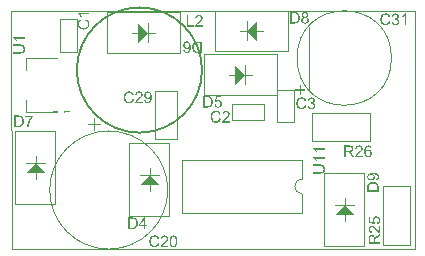
<source format=gto>
G04 Layer_Color=65535*
%FSLAX25Y25*%
%MOIN*%
G70*
G01*
G75*
%ADD27C,0.00394*%
%ADD28C,0.00787*%
G36*
X242066Y187561D02*
X242110D01*
X242160Y187556D01*
X242216Y187544D01*
X242283Y187528D01*
X242349Y187511D01*
X242427Y187489D01*
X242505Y187461D01*
X242582Y187428D01*
X242666Y187383D01*
X242743Y187334D01*
X242821Y187278D01*
X242899Y187211D01*
X242971Y187134D01*
X242976Y187128D01*
X242987Y187111D01*
X243004Y187089D01*
X243026Y187050D01*
X243059Y187001D01*
X243087Y186945D01*
X243121Y186873D01*
X243154Y186795D01*
X243193Y186701D01*
X243226Y186595D01*
X243254Y186479D01*
X243282Y186351D01*
X243309Y186207D01*
X243326Y186051D01*
X243337Y185885D01*
X243342Y185707D01*
Y185702D01*
Y185696D01*
Y185680D01*
Y185657D01*
X243337Y185602D01*
Y185524D01*
X243331Y185435D01*
X243320Y185330D01*
X243309Y185213D01*
X243293Y185086D01*
X243270Y184958D01*
X243243Y184819D01*
X243209Y184686D01*
X243170Y184553D01*
X243121Y184425D01*
X243065Y184303D01*
X243004Y184187D01*
X242932Y184087D01*
X242926Y184081D01*
X242915Y184070D01*
X242893Y184048D01*
X242865Y184015D01*
X242832Y183981D01*
X242788Y183948D01*
X242732Y183904D01*
X242676Y183865D01*
X242610Y183826D01*
X242538Y183782D01*
X242455Y183748D01*
X242371Y183709D01*
X242277Y183682D01*
X242177Y183659D01*
X242072Y183648D01*
X241961Y183643D01*
X241916D01*
X241883Y183648D01*
X241844D01*
X241800Y183654D01*
X241694Y183676D01*
X241578Y183704D01*
X241456Y183748D01*
X241333Y183815D01*
X241272Y183854D01*
X241217Y183898D01*
X241211Y183904D01*
X241206Y183909D01*
X241189Y183926D01*
X241173Y183942D01*
X241145Y183970D01*
X241123Y184003D01*
X241061Y184081D01*
X241001Y184181D01*
X240945Y184303D01*
X240895Y184442D01*
X240862Y184597D01*
X241333Y184636D01*
Y184631D01*
X241339Y184625D01*
X241344Y184592D01*
X241361Y184542D01*
X241383Y184481D01*
X241406Y184414D01*
X241439Y184348D01*
X241478Y184287D01*
X241517Y184237D01*
X241528Y184225D01*
X241550Y184203D01*
X241589Y184170D01*
X241644Y184131D01*
X241716Y184098D01*
X241794Y184065D01*
X241888Y184042D01*
X241988Y184031D01*
X242027D01*
X242072Y184037D01*
X242122Y184048D01*
X242188Y184065D01*
X242255Y184087D01*
X242321Y184115D01*
X242388Y184159D01*
X242399Y184165D01*
X242427Y184187D01*
X242466Y184225D01*
X242516Y184281D01*
X242571Y184348D01*
X242632Y184425D01*
X242688Y184525D01*
X242743Y184636D01*
Y184642D01*
X242749Y184653D01*
X242754Y184669D01*
X242765Y184692D01*
X242771Y184725D01*
X242782Y184764D01*
X242793Y184808D01*
X242804Y184864D01*
X242821Y184925D01*
X242832Y184991D01*
X242843Y185064D01*
X242849Y185141D01*
X242860Y185230D01*
X242865Y185319D01*
X242871Y185419D01*
Y185519D01*
X242865Y185513D01*
X242843Y185480D01*
X242804Y185435D01*
X242754Y185380D01*
X242699Y185313D01*
X242627Y185252D01*
X242549Y185191D01*
X242460Y185136D01*
X242455D01*
X242449Y185130D01*
X242416Y185114D01*
X242366Y185097D01*
X242299Y185069D01*
X242221Y185047D01*
X242133Y185030D01*
X242038Y185014D01*
X241938Y185008D01*
X241894D01*
X241861Y185014D01*
X241816Y185019D01*
X241772Y185025D01*
X241716Y185036D01*
X241661Y185052D01*
X241533Y185091D01*
X241467Y185119D01*
X241400Y185158D01*
X241333Y185197D01*
X241261Y185241D01*
X241195Y185297D01*
X241134Y185358D01*
X241128Y185363D01*
X241117Y185374D01*
X241100Y185391D01*
X241084Y185419D01*
X241056Y185458D01*
X241028Y185496D01*
X241001Y185546D01*
X240967Y185602D01*
X240934Y185663D01*
X240906Y185730D01*
X240878Y185807D01*
X240851Y185885D01*
X240834Y185968D01*
X240817Y186063D01*
X240806Y186157D01*
X240801Y186257D01*
Y186262D01*
Y186274D01*
Y186290D01*
Y186318D01*
X240806Y186351D01*
Y186384D01*
X240823Y186473D01*
X240840Y186579D01*
X240867Y186690D01*
X240906Y186812D01*
X240962Y186928D01*
Y186934D01*
X240967Y186940D01*
X240978Y186956D01*
X240989Y186978D01*
X241023Y187034D01*
X241073Y187106D01*
X241134Y187184D01*
X241206Y187261D01*
X241295Y187339D01*
X241389Y187406D01*
X241394D01*
X241400Y187411D01*
X241417Y187422D01*
X241439Y187428D01*
X241494Y187456D01*
X241567Y187483D01*
X241661Y187517D01*
X241766Y187539D01*
X241883Y187561D01*
X242011Y187567D01*
X242038D01*
X242066Y187561D01*
D02*
G37*
G36*
X188000Y188478D02*
X184997D01*
X185003Y188473D01*
X185025Y188445D01*
X185058Y188412D01*
X185097Y188356D01*
X185147Y188295D01*
X185203Y188217D01*
X185264Y188129D01*
X185325Y188029D01*
Y188023D01*
X185330Y188018D01*
X185353Y187984D01*
X185380Y187929D01*
X185414Y187862D01*
X185452Y187785D01*
X185491Y187701D01*
X185530Y187618D01*
X185564Y187535D01*
X185108D01*
Y187540D01*
X185097Y187551D01*
X185092Y187574D01*
X185075Y187601D01*
X185058Y187635D01*
X185036Y187674D01*
X184981Y187768D01*
X184920Y187879D01*
X184842Y187990D01*
X184753Y188107D01*
X184659Y188223D01*
X184653Y188229D01*
X184648Y188234D01*
X184631Y188251D01*
X184615Y188273D01*
X184559Y188323D01*
X184492Y188390D01*
X184415Y188456D01*
X184326Y188528D01*
X184237Y188589D01*
X184143Y188645D01*
Y188950D01*
X188000D01*
Y188478D01*
D02*
G37*
G36*
X186524Y186514D02*
X186579D01*
X186646Y186508D01*
X186712Y186503D01*
X186862Y186486D01*
X187018Y186464D01*
X187168Y186430D01*
X187240Y186408D01*
X187306Y186386D01*
X187312D01*
X187323Y186380D01*
X187340Y186369D01*
X187362Y186358D01*
X187423Y186325D01*
X187501Y186275D01*
X187589Y186208D01*
X187678Y186131D01*
X187773Y186031D01*
X187856Y185909D01*
Y185903D01*
X187867Y185892D01*
X187872Y185875D01*
X187889Y185848D01*
X187906Y185814D01*
X187922Y185770D01*
X187939Y185725D01*
X187961Y185670D01*
X187983Y185609D01*
X188000Y185542D01*
X188017Y185470D01*
X188033Y185387D01*
X188044Y185304D01*
X188056Y185215D01*
X188067Y185015D01*
Y185010D01*
Y184993D01*
Y184965D01*
X188061Y184926D01*
Y184882D01*
X188056Y184826D01*
X188050Y184765D01*
X188044Y184704D01*
X188022Y184566D01*
X187989Y184416D01*
X187944Y184272D01*
X187883Y184133D01*
Y184127D01*
X187872Y184116D01*
X187861Y184099D01*
X187850Y184077D01*
X187806Y184016D01*
X187745Y183944D01*
X187667Y183861D01*
X187578Y183783D01*
X187467Y183705D01*
X187345Y183644D01*
X187340D01*
X187328Y183639D01*
X187306Y183633D01*
X187278Y183622D01*
X187245Y183611D01*
X187201Y183600D01*
X187151Y183583D01*
X187090Y183572D01*
X187023Y183561D01*
X186951Y183544D01*
X186873Y183533D01*
X186790Y183522D01*
X186696Y183511D01*
X186596Y183505D01*
X186490Y183500D01*
X184159D01*
Y184011D01*
X186463D01*
X186502Y184016D01*
X186551D01*
X186657Y184022D01*
X186779Y184033D01*
X186901Y184049D01*
X187018Y184072D01*
X187068Y184083D01*
X187118Y184099D01*
X187129Y184105D01*
X187156Y184116D01*
X187195Y184144D01*
X187251Y184177D01*
X187306Y184216D01*
X187367Y184272D01*
X187428Y184338D01*
X187478Y184416D01*
X187484Y184427D01*
X187501Y184455D01*
X187517Y184504D01*
X187539Y184571D01*
X187567Y184649D01*
X187584Y184749D01*
X187600Y184854D01*
X187606Y184971D01*
Y184976D01*
Y184993D01*
Y185026D01*
X187600Y185059D01*
Y185109D01*
X187595Y185159D01*
X187573Y185282D01*
X187545Y185415D01*
X187501Y185542D01*
X187440Y185664D01*
X187401Y185720D01*
X187356Y185770D01*
X187351Y185775D01*
X187345Y185781D01*
X187328Y185792D01*
X187306Y185809D01*
X187273Y185826D01*
X187240Y185848D01*
X187190Y185870D01*
X187140Y185892D01*
X187079Y185914D01*
X187006Y185931D01*
X186923Y185953D01*
X186835Y185970D01*
X186735Y185986D01*
X186629Y185997D01*
X186507Y186009D01*
X184159D01*
Y186519D01*
X186474D01*
X186524Y186514D01*
D02*
G37*
G36*
X190699Y162419D02*
X190694Y162413D01*
X190683Y162402D01*
X190661Y162380D01*
X190638Y162347D01*
X190605Y162308D01*
X190561Y162263D01*
X190516Y162208D01*
X190466Y162141D01*
X190416Y162075D01*
X190355Y161997D01*
X190294Y161908D01*
X190233Y161819D01*
X190167Y161720D01*
X190100Y161614D01*
X190033Y161497D01*
X189967Y161381D01*
X189961Y161375D01*
X189950Y161353D01*
X189933Y161320D01*
X189906Y161270D01*
X189878Y161209D01*
X189845Y161142D01*
X189806Y161065D01*
X189767Y160976D01*
X189723Y160876D01*
X189673Y160776D01*
X189628Y160665D01*
X189584Y160548D01*
X189495Y160310D01*
X189412Y160055D01*
Y160049D01*
X189406Y160032D01*
X189401Y160004D01*
X189390Y159971D01*
X189378Y159927D01*
X189367Y159871D01*
X189351Y159810D01*
X189340Y159744D01*
X189323Y159666D01*
X189306Y159583D01*
X189278Y159405D01*
X189251Y159211D01*
X189234Y159000D01*
X188751D01*
Y159005D01*
Y159022D01*
Y159044D01*
X188757Y159078D01*
Y159122D01*
X188762Y159178D01*
X188768Y159239D01*
X188774Y159305D01*
X188785Y159383D01*
X188796Y159461D01*
X188812Y159555D01*
X188829Y159649D01*
X188846Y159749D01*
X188868Y159860D01*
X188923Y160088D01*
Y160093D01*
X188929Y160116D01*
X188940Y160149D01*
X188957Y160199D01*
X188973Y160254D01*
X188996Y160321D01*
X189018Y160399D01*
X189051Y160482D01*
X189084Y160576D01*
X189118Y160671D01*
X189201Y160881D01*
X189301Y161103D01*
X189412Y161326D01*
X189417Y161331D01*
X189428Y161353D01*
X189445Y161381D01*
X189467Y161425D01*
X189495Y161475D01*
X189534Y161536D01*
X189573Y161603D01*
X189617Y161675D01*
X189723Y161836D01*
X189833Y162003D01*
X189961Y162175D01*
X190094Y162336D01*
X188213D01*
Y162791D01*
X190699D01*
Y162419D01*
D02*
G37*
G36*
X296326Y152835D02*
X296376D01*
X296493Y152830D01*
X296615Y152813D01*
X296748Y152796D01*
X296870Y152769D01*
X296931Y152752D01*
X296981Y152735D01*
X296986D01*
X296992Y152730D01*
X297025Y152713D01*
X297075Y152691D01*
X297136Y152652D01*
X297203Y152602D01*
X297275Y152535D01*
X297342Y152458D01*
X297408Y152369D01*
Y152363D01*
X297414Y152358D01*
X297436Y152324D01*
X297458Y152269D01*
X297491Y152197D01*
X297519Y152114D01*
X297547Y152014D01*
X297564Y151908D01*
X297569Y151792D01*
Y151786D01*
Y151775D01*
Y151753D01*
X297564Y151725D01*
Y151686D01*
X297558Y151647D01*
X297536Y151553D01*
X297503Y151442D01*
X297458Y151326D01*
X297392Y151209D01*
X297347Y151153D01*
X297303Y151098D01*
X297297Y151092D01*
X297292Y151087D01*
X297275Y151070D01*
X297253Y151054D01*
X297225Y151031D01*
X297192Y151009D01*
X297147Y150981D01*
X297103Y150948D01*
X297047Y150920D01*
X296986Y150893D01*
X296920Y150859D01*
X296848Y150831D01*
X296764Y150809D01*
X296681Y150782D01*
X296587Y150765D01*
X296487Y150748D01*
X296498Y150743D01*
X296520Y150732D01*
X296553Y150709D01*
X296598Y150687D01*
X296698Y150626D01*
X296748Y150587D01*
X296792Y150554D01*
X296803Y150543D01*
X296831Y150515D01*
X296875Y150471D01*
X296931Y150415D01*
X296992Y150338D01*
X297064Y150254D01*
X297136Y150154D01*
X297214Y150043D01*
X297874Y149000D01*
X297242D01*
X296737Y149799D01*
Y149805D01*
X296726Y149816D01*
X296714Y149832D01*
X296698Y149855D01*
X296659Y149916D01*
X296609Y149994D01*
X296548Y150077D01*
X296487Y150165D01*
X296426Y150249D01*
X296370Y150326D01*
X296365Y150332D01*
X296348Y150354D01*
X296320Y150388D01*
X296282Y150426D01*
X296198Y150510D01*
X296154Y150549D01*
X296110Y150582D01*
X296104Y150587D01*
X296093Y150593D01*
X296071Y150604D01*
X296037Y150621D01*
X296004Y150637D01*
X295965Y150654D01*
X295876Y150682D01*
X295871D01*
X295860Y150687D01*
X295838D01*
X295810Y150693D01*
X295771Y150698D01*
X295726D01*
X295666Y150704D01*
X295011D01*
Y149000D01*
X294500D01*
Y152841D01*
X296282D01*
X296326Y152835D01*
D02*
G37*
G36*
X247000Y183659D02*
X245524D01*
X245424Y183665D01*
X245313Y183670D01*
X245202Y183682D01*
X245091Y183698D01*
X244997Y183715D01*
X244991D01*
X244980Y183721D01*
X244963D01*
X244941Y183731D01*
X244880Y183748D01*
X244802Y183776D01*
X244713Y183815D01*
X244619Y183865D01*
X244525Y183920D01*
X244436Y183992D01*
X244430Y183998D01*
X244425Y184003D01*
X244408Y184020D01*
X244386Y184037D01*
X244331Y184092D01*
X244264Y184170D01*
X244192Y184264D01*
X244114Y184375D01*
X244042Y184503D01*
X243981Y184647D01*
Y184653D01*
X243975Y184664D01*
X243964Y184686D01*
X243959Y184720D01*
X243942Y184758D01*
X243931Y184803D01*
X243920Y184853D01*
X243903Y184914D01*
X243886Y184975D01*
X243875Y185047D01*
X243848Y185202D01*
X243831Y185374D01*
X243825Y185563D01*
Y185569D01*
Y185580D01*
Y185607D01*
Y185635D01*
X243831Y185674D01*
Y185719D01*
X243836Y185824D01*
X243853Y185946D01*
X243870Y186074D01*
X243898Y186207D01*
X243931Y186340D01*
Y186346D01*
X243936Y186357D01*
X243942Y186373D01*
X243948Y186396D01*
X243970Y186457D01*
X244003Y186534D01*
X244036Y186623D01*
X244081Y186712D01*
X244136Y186806D01*
X244192Y186895D01*
X244197Y186906D01*
X244219Y186934D01*
X244253Y186973D01*
X244297Y187023D01*
X244347Y187078D01*
X244408Y187134D01*
X244469Y187195D01*
X244541Y187245D01*
X244552Y187250D01*
X244575Y187267D01*
X244614Y187289D01*
X244669Y187317D01*
X244736Y187350D01*
X244813Y187378D01*
X244902Y187411D01*
X245002Y187439D01*
X245013D01*
X245030Y187444D01*
X245046Y187450D01*
X245102Y187456D01*
X245180Y187467D01*
X245268Y187478D01*
X245374Y187489D01*
X245490Y187495D01*
X245618Y187500D01*
X247000D01*
Y183659D01*
D02*
G37*
G36*
X224076Y128835D02*
X224187Y128830D01*
X224298Y128818D01*
X224409Y128802D01*
X224503Y128785D01*
X224509D01*
X224520Y128779D01*
X224537D01*
X224559Y128769D01*
X224620Y128752D01*
X224698Y128724D01*
X224787Y128685D01*
X224881Y128635D01*
X224975Y128580D01*
X225064Y128508D01*
X225070Y128502D01*
X225075Y128497D01*
X225092Y128480D01*
X225114Y128463D01*
X225169Y128408D01*
X225236Y128330D01*
X225308Y128236D01*
X225386Y128125D01*
X225458Y127997D01*
X225519Y127853D01*
Y127847D01*
X225525Y127836D01*
X225536Y127814D01*
X225541Y127780D01*
X225558Y127742D01*
X225569Y127697D01*
X225580Y127647D01*
X225597Y127586D01*
X225613Y127525D01*
X225625Y127453D01*
X225652Y127298D01*
X225669Y127126D01*
X225675Y126937D01*
Y126931D01*
Y126920D01*
Y126893D01*
Y126865D01*
X225669Y126826D01*
Y126781D01*
X225663Y126676D01*
X225647Y126554D01*
X225630Y126426D01*
X225602Y126293D01*
X225569Y126160D01*
Y126154D01*
X225564Y126143D01*
X225558Y126127D01*
X225553Y126104D01*
X225530Y126043D01*
X225497Y125966D01*
X225464Y125877D01*
X225419Y125788D01*
X225364Y125694D01*
X225308Y125605D01*
X225303Y125594D01*
X225280Y125566D01*
X225247Y125527D01*
X225203Y125477D01*
X225153Y125422D01*
X225092Y125366D01*
X225031Y125305D01*
X224959Y125255D01*
X224948Y125250D01*
X224925Y125233D01*
X224886Y125211D01*
X224831Y125183D01*
X224764Y125150D01*
X224687Y125122D01*
X224598Y125089D01*
X224498Y125061D01*
X224487D01*
X224470Y125056D01*
X224454Y125050D01*
X224398Y125044D01*
X224320Y125033D01*
X224232Y125022D01*
X224126Y125011D01*
X224010Y125005D01*
X223882Y125000D01*
X222500D01*
Y128841D01*
X223976D01*
X224076Y128835D01*
D02*
G37*
G36*
X228161Y126354D02*
X228683D01*
Y125921D01*
X228161D01*
Y125000D01*
X227689D01*
Y125921D01*
X226019D01*
Y126354D01*
X227778Y128841D01*
X228161D01*
Y126354D01*
D02*
G37*
G36*
X288000Y148478D02*
X284997D01*
X285003Y148473D01*
X285025Y148445D01*
X285058Y148412D01*
X285097Y148356D01*
X285147Y148295D01*
X285203Y148217D01*
X285264Y148129D01*
X285325Y148029D01*
Y148023D01*
X285331Y148018D01*
X285353Y147984D01*
X285380Y147929D01*
X285414Y147862D01*
X285453Y147785D01*
X285491Y147701D01*
X285530Y147618D01*
X285563Y147535D01*
X285108D01*
Y147540D01*
X285097Y147552D01*
X285092Y147574D01*
X285075Y147601D01*
X285058Y147635D01*
X285036Y147674D01*
X284981Y147768D01*
X284920Y147879D01*
X284842Y147990D01*
X284753Y148107D01*
X284659Y148223D01*
X284653Y148229D01*
X284648Y148234D01*
X284631Y148251D01*
X284614Y148273D01*
X284559Y148323D01*
X284492Y148390D01*
X284415Y148456D01*
X284326Y148528D01*
X284237Y148589D01*
X284143Y148645D01*
Y148950D01*
X288000D01*
Y148478D01*
D02*
G37*
G36*
X249076Y169335D02*
X249187Y169330D01*
X249298Y169318D01*
X249409Y169302D01*
X249503Y169285D01*
X249509D01*
X249520Y169280D01*
X249537D01*
X249559Y169269D01*
X249620Y169252D01*
X249698Y169224D01*
X249787Y169185D01*
X249881Y169135D01*
X249975Y169080D01*
X250064Y169008D01*
X250070Y169002D01*
X250075Y168997D01*
X250092Y168980D01*
X250114Y168963D01*
X250169Y168908D01*
X250236Y168830D01*
X250308Y168736D01*
X250386Y168625D01*
X250458Y168497D01*
X250519Y168353D01*
Y168347D01*
X250525Y168336D01*
X250536Y168314D01*
X250541Y168280D01*
X250558Y168242D01*
X250569Y168197D01*
X250580Y168147D01*
X250597Y168086D01*
X250613Y168025D01*
X250625Y167953D01*
X250652Y167798D01*
X250669Y167626D01*
X250675Y167437D01*
Y167431D01*
Y167420D01*
Y167393D01*
Y167365D01*
X250669Y167326D01*
Y167281D01*
X250663Y167176D01*
X250647Y167054D01*
X250630Y166926D01*
X250602Y166793D01*
X250569Y166660D01*
Y166654D01*
X250564Y166643D01*
X250558Y166627D01*
X250553Y166604D01*
X250530Y166543D01*
X250497Y166466D01*
X250464Y166377D01*
X250419Y166288D01*
X250364Y166194D01*
X250308Y166105D01*
X250303Y166094D01*
X250280Y166066D01*
X250247Y166027D01*
X250203Y165977D01*
X250153Y165922D01*
X250092Y165866D01*
X250031Y165805D01*
X249959Y165755D01*
X249948Y165750D01*
X249925Y165733D01*
X249886Y165711D01*
X249831Y165683D01*
X249764Y165650D01*
X249687Y165622D01*
X249598Y165589D01*
X249498Y165561D01*
X249487D01*
X249470Y165556D01*
X249454Y165550D01*
X249398Y165544D01*
X249320Y165533D01*
X249232Y165522D01*
X249126Y165511D01*
X249010Y165506D01*
X248882Y165500D01*
X247500D01*
Y169341D01*
X248976D01*
X249076Y169335D01*
D02*
G37*
G36*
X253544Y168841D02*
X252007D01*
X251801Y167803D01*
X251807Y167809D01*
X251818Y167814D01*
X251835Y167825D01*
X251862Y167842D01*
X251896Y167859D01*
X251935Y167881D01*
X252023Y167925D01*
X252134Y167970D01*
X252256Y168009D01*
X252390Y168036D01*
X252456Y168047D01*
X252578D01*
X252611Y168042D01*
X252656Y168036D01*
X252706Y168031D01*
X252761Y168020D01*
X252822Y168003D01*
X252956Y167964D01*
X253028Y167936D01*
X253100Y167898D01*
X253172Y167859D01*
X253244Y167814D01*
X253311Y167759D01*
X253377Y167698D01*
X253383Y167692D01*
X253394Y167681D01*
X253411Y167665D01*
X253433Y167637D01*
X253461Y167598D01*
X253488Y167559D01*
X253522Y167509D01*
X253555Y167454D01*
X253583Y167393D01*
X253616Y167326D01*
X253644Y167248D01*
X253672Y167171D01*
X253694Y167087D01*
X253710Y166993D01*
X253721Y166899D01*
X253727Y166799D01*
Y166793D01*
Y166777D01*
Y166749D01*
X253721Y166710D01*
X253716Y166665D01*
X253710Y166616D01*
X253699Y166554D01*
X253688Y166493D01*
X253655Y166349D01*
X253599Y166199D01*
X253566Y166122D01*
X253522Y166050D01*
X253477Y165972D01*
X253422Y165900D01*
X253416Y165894D01*
X253405Y165877D01*
X253383Y165855D01*
X253355Y165827D01*
X253316Y165794D01*
X253272Y165750D01*
X253217Y165711D01*
X253155Y165666D01*
X253089Y165622D01*
X253011Y165583D01*
X252928Y165544D01*
X252839Y165506D01*
X252745Y165478D01*
X252639Y165456D01*
X252528Y165439D01*
X252412Y165433D01*
X252362D01*
X252323Y165439D01*
X252278Y165445D01*
X252229Y165450D01*
X252168Y165456D01*
X252106Y165472D01*
X251968Y165506D01*
X251829Y165556D01*
X251757Y165589D01*
X251685Y165628D01*
X251618Y165672D01*
X251552Y165722D01*
X251546Y165727D01*
X251535Y165733D01*
X251524Y165755D01*
X251501Y165778D01*
X251474Y165805D01*
X251446Y165839D01*
X251413Y165883D01*
X251385Y165933D01*
X251352Y165983D01*
X251318Y166044D01*
X251257Y166177D01*
X251207Y166332D01*
X251191Y166416D01*
X251180Y166505D01*
X251674Y166543D01*
Y166538D01*
Y166527D01*
X251679Y166510D01*
X251685Y166482D01*
X251701Y166421D01*
X251724Y166338D01*
X251757Y166255D01*
X251801Y166160D01*
X251857Y166077D01*
X251923Y165999D01*
X251935Y165994D01*
X251957Y165972D01*
X252001Y165944D01*
X252062Y165911D01*
X252129Y165877D01*
X252212Y165850D01*
X252306Y165827D01*
X252412Y165822D01*
X252445D01*
X252467Y165827D01*
X252534Y165833D01*
X252611Y165855D01*
X252706Y165883D01*
X252800Y165927D01*
X252900Y165994D01*
X252944Y166033D01*
X252989Y166077D01*
X252994Y166083D01*
X253000Y166088D01*
X253011Y166105D01*
X253028Y166122D01*
X253067Y166183D01*
X253111Y166260D01*
X253150Y166355D01*
X253189Y166471D01*
X253217Y166610D01*
X253228Y166682D01*
Y166760D01*
Y166765D01*
Y166777D01*
Y166799D01*
X253222Y166826D01*
Y166860D01*
X253217Y166899D01*
X253200Y166987D01*
X253172Y167093D01*
X253133Y167198D01*
X253078Y167298D01*
X253000Y167393D01*
Y167398D01*
X252989Y167404D01*
X252961Y167431D01*
X252911Y167470D01*
X252845Y167515D01*
X252756Y167553D01*
X252656Y167592D01*
X252539Y167620D01*
X252473Y167631D01*
X252367D01*
X252323Y167626D01*
X252268Y167620D01*
X252201Y167603D01*
X252134Y167587D01*
X252062Y167559D01*
X251990Y167526D01*
X251984Y167520D01*
X251962Y167509D01*
X251929Y167481D01*
X251885Y167454D01*
X251840Y167415D01*
X251796Y167365D01*
X251746Y167315D01*
X251707Y167254D01*
X251263Y167315D01*
X251635Y169291D01*
X253544D01*
Y168841D01*
D02*
G37*
G36*
X288000Y151464D02*
X284997D01*
X285003Y151459D01*
X285025Y151431D01*
X285058Y151398D01*
X285097Y151342D01*
X285147Y151281D01*
X285203Y151203D01*
X285264Y151115D01*
X285325Y151015D01*
Y151009D01*
X285331Y151004D01*
X285353Y150970D01*
X285380Y150915D01*
X285414Y150848D01*
X285453Y150770D01*
X285491Y150687D01*
X285530Y150604D01*
X285563Y150521D01*
X285108D01*
Y150526D01*
X285097Y150537D01*
X285092Y150560D01*
X285075Y150587D01*
X285058Y150621D01*
X285036Y150660D01*
X284981Y150754D01*
X284920Y150865D01*
X284842Y150976D01*
X284753Y151092D01*
X284659Y151209D01*
X284653Y151215D01*
X284648Y151220D01*
X284631Y151237D01*
X284614Y151259D01*
X284559Y151309D01*
X284492Y151375D01*
X284415Y151442D01*
X284326Y151514D01*
X284237Y151575D01*
X284143Y151631D01*
Y151936D01*
X288000D01*
Y151464D01*
D02*
G37*
G36*
X242511Y192955D02*
X244403D01*
Y192500D01*
X242000D01*
Y196341D01*
X242511D01*
Y192955D01*
D02*
G37*
G36*
X246179Y196352D02*
X246223Y196346D01*
X246279Y196341D01*
X246340Y196329D01*
X246401Y196318D01*
X246545Y196280D01*
X246690Y196224D01*
X246762Y196191D01*
X246834Y196152D01*
X246901Y196102D01*
X246962Y196046D01*
X246967Y196041D01*
X246978Y196035D01*
X246989Y196013D01*
X247012Y195991D01*
X247039Y195963D01*
X247067Y195924D01*
X247095Y195886D01*
X247128Y195835D01*
X247184Y195730D01*
X247239Y195597D01*
X247261Y195530D01*
X247272Y195453D01*
X247284Y195375D01*
X247289Y195292D01*
Y195281D01*
Y195253D01*
X247284Y195208D01*
X247278Y195147D01*
X247267Y195081D01*
X247245Y195003D01*
X247223Y194920D01*
X247189Y194837D01*
X247184Y194825D01*
X247173Y194798D01*
X247150Y194753D01*
X247117Y194692D01*
X247073Y194626D01*
X247017Y194542D01*
X246951Y194459D01*
X246873Y194365D01*
X246862Y194354D01*
X246834Y194320D01*
X246806Y194293D01*
X246778Y194265D01*
X246745Y194232D01*
X246701Y194187D01*
X246656Y194143D01*
X246601Y194093D01*
X246545Y194037D01*
X246479Y193976D01*
X246407Y193915D01*
X246329Y193843D01*
X246240Y193771D01*
X246151Y193693D01*
X246146Y193688D01*
X246135Y193677D01*
X246113Y193660D01*
X246085Y193638D01*
X246052Y193604D01*
X246013Y193571D01*
X245924Y193499D01*
X245830Y193416D01*
X245741Y193333D01*
X245663Y193260D01*
X245630Y193233D01*
X245602Y193205D01*
X245596Y193199D01*
X245580Y193183D01*
X245557Y193160D01*
X245530Y193127D01*
X245502Y193088D01*
X245469Y193050D01*
X245402Y192955D01*
X247295D01*
Y192500D01*
X244747D01*
Y192506D01*
Y192528D01*
Y192561D01*
X244753Y192605D01*
X244758Y192655D01*
X244770Y192711D01*
X244780Y192766D01*
X244803Y192827D01*
Y192833D01*
X244808Y192839D01*
X244819Y192872D01*
X244842Y192922D01*
X244875Y192988D01*
X244919Y193066D01*
X244975Y193155D01*
X245036Y193244D01*
X245113Y193338D01*
Y193344D01*
X245125Y193349D01*
X245152Y193382D01*
X245202Y193432D01*
X245274Y193505D01*
X245358Y193588D01*
X245463Y193688D01*
X245591Y193799D01*
X245730Y193915D01*
X245735Y193921D01*
X245757Y193937D01*
X245791Y193965D01*
X245830Y193999D01*
X245879Y194043D01*
X245940Y194093D01*
X246002Y194148D01*
X246074Y194209D01*
X246212Y194343D01*
X246351Y194476D01*
X246418Y194542D01*
X246479Y194609D01*
X246534Y194670D01*
X246579Y194731D01*
Y194737D01*
X246590Y194742D01*
X246601Y194759D01*
X246612Y194781D01*
X246651Y194842D01*
X246695Y194914D01*
X246734Y195003D01*
X246773Y195097D01*
X246795Y195203D01*
X246806Y195303D01*
Y195308D01*
Y195314D01*
X246801Y195347D01*
X246795Y195403D01*
X246778Y195464D01*
X246756Y195541D01*
X246718Y195619D01*
X246668Y195697D01*
X246601Y195774D01*
X246590Y195786D01*
X246562Y195808D01*
X246523Y195835D01*
X246462Y195874D01*
X246385Y195908D01*
X246296Y195941D01*
X246190Y195963D01*
X246074Y195969D01*
X246040D01*
X246018Y195963D01*
X245952Y195958D01*
X245874Y195941D01*
X245791Y195919D01*
X245696Y195880D01*
X245607Y195830D01*
X245524Y195763D01*
X245513Y195752D01*
X245491Y195724D01*
X245458Y195680D01*
X245424Y195614D01*
X245386Y195536D01*
X245352Y195436D01*
X245330Y195325D01*
X245319Y195197D01*
X244836Y195247D01*
Y195253D01*
X244842Y195270D01*
Y195297D01*
X244847Y195336D01*
X244858Y195380D01*
X244869Y195430D01*
X244886Y195492D01*
X244903Y195553D01*
X244947Y195686D01*
X245014Y195819D01*
X245053Y195886D01*
X245102Y195952D01*
X245152Y196013D01*
X245208Y196069D01*
X245214Y196074D01*
X245224Y196080D01*
X245241Y196096D01*
X245269Y196113D01*
X245302Y196135D01*
X245341Y196157D01*
X245386Y196185D01*
X245441Y196213D01*
X245502Y196241D01*
X245569Y196268D01*
X245641Y196291D01*
X245719Y196313D01*
X245802Y196329D01*
X245890Y196346D01*
X245985Y196352D01*
X246085Y196357D01*
X246140D01*
X246179Y196352D01*
D02*
G37*
G36*
X304174Y140669D02*
X304218D01*
X304324Y140664D01*
X304446Y140647D01*
X304574Y140630D01*
X304707Y140602D01*
X304840Y140569D01*
X304846D01*
X304857Y140564D01*
X304873Y140558D01*
X304896Y140552D01*
X304957Y140530D01*
X305034Y140497D01*
X305123Y140464D01*
X305212Y140419D01*
X305306Y140364D01*
X305395Y140308D01*
X305406Y140303D01*
X305434Y140280D01*
X305473Y140247D01*
X305523Y140203D01*
X305578Y140153D01*
X305634Y140092D01*
X305695Y140031D01*
X305745Y139959D01*
X305750Y139948D01*
X305767Y139925D01*
X305789Y139886D01*
X305817Y139831D01*
X305850Y139764D01*
X305878Y139687D01*
X305911Y139598D01*
X305939Y139498D01*
Y139492D01*
Y139487D01*
X305944Y139470D01*
X305950Y139454D01*
X305956Y139398D01*
X305967Y139320D01*
X305978Y139232D01*
X305989Y139126D01*
X305995Y139010D01*
X306000Y138882D01*
Y137500D01*
X302159D01*
Y138821D01*
Y138826D01*
Y138843D01*
Y138865D01*
Y138893D01*
Y138932D01*
Y138976D01*
X302165Y139076D01*
X302170Y139187D01*
X302182Y139298D01*
X302198Y139409D01*
X302215Y139504D01*
Y139509D01*
X302220Y139520D01*
Y139537D01*
X302232Y139559D01*
X302248Y139620D01*
X302276Y139698D01*
X302315Y139787D01*
X302365Y139881D01*
X302420Y139975D01*
X302492Y140064D01*
X302498Y140070D01*
X302503Y140075D01*
X302520Y140092D01*
X302537Y140114D01*
X302592Y140170D01*
X302670Y140236D01*
X302764Y140308D01*
X302875Y140386D01*
X303003Y140458D01*
X303147Y140519D01*
X303153D01*
X303164Y140525D01*
X303186Y140536D01*
X303220Y140541D01*
X303258Y140558D01*
X303303Y140569D01*
X303353Y140580D01*
X303414Y140597D01*
X303475Y140614D01*
X303547Y140625D01*
X303702Y140652D01*
X303874Y140669D01*
X304063Y140675D01*
X304135D01*
X304174Y140669D01*
D02*
G37*
G36*
X306500Y122742D02*
X305701Y122237D01*
X305695D01*
X305684Y122225D01*
X305667Y122214D01*
X305645Y122198D01*
X305584Y122159D01*
X305507Y122109D01*
X305423Y122048D01*
X305334Y121987D01*
X305251Y121926D01*
X305173Y121870D01*
X305168Y121865D01*
X305146Y121848D01*
X305113Y121820D01*
X305074Y121782D01*
X304990Y121698D01*
X304952Y121654D01*
X304918Y121609D01*
X304913Y121604D01*
X304907Y121593D01*
X304896Y121571D01*
X304879Y121537D01*
X304863Y121504D01*
X304846Y121465D01*
X304818Y121376D01*
Y121371D01*
X304813Y121360D01*
Y121338D01*
X304807Y121310D01*
X304802Y121271D01*
Y121227D01*
X304796Y121166D01*
Y121099D01*
Y120511D01*
X306500D01*
Y120000D01*
X302659D01*
Y121698D01*
Y121704D01*
Y121721D01*
Y121748D01*
Y121782D01*
X302665Y121826D01*
Y121876D01*
X302671Y121993D01*
X302687Y122115D01*
X302704Y122248D01*
X302732Y122370D01*
X302748Y122431D01*
X302765Y122481D01*
Y122486D01*
X302770Y122492D01*
X302787Y122525D01*
X302809Y122575D01*
X302848Y122636D01*
X302898Y122703D01*
X302965Y122775D01*
X303042Y122842D01*
X303131Y122908D01*
X303137D01*
X303142Y122914D01*
X303176Y122936D01*
X303231Y122958D01*
X303303Y122992D01*
X303386Y123019D01*
X303486Y123047D01*
X303592Y123064D01*
X303708Y123069D01*
X303747D01*
X303775Y123064D01*
X303814D01*
X303853Y123058D01*
X303947Y123036D01*
X304058Y123003D01*
X304174Y122958D01*
X304291Y122892D01*
X304347Y122847D01*
X304402Y122803D01*
X304408Y122797D01*
X304413Y122792D01*
X304430Y122775D01*
X304447Y122753D01*
X304469Y122725D01*
X304491Y122692D01*
X304519Y122647D01*
X304552Y122603D01*
X304580Y122547D01*
X304608Y122486D01*
X304641Y122420D01*
X304668Y122348D01*
X304691Y122264D01*
X304718Y122181D01*
X304735Y122087D01*
X304752Y121987D01*
X304757Y121998D01*
X304768Y122020D01*
X304791Y122054D01*
X304813Y122098D01*
X304874Y122198D01*
X304913Y122248D01*
X304946Y122292D01*
X304957Y122303D01*
X304985Y122331D01*
X305029Y122375D01*
X305085Y122431D01*
X305162Y122492D01*
X305246Y122564D01*
X305346Y122636D01*
X305457Y122714D01*
X306500Y123374D01*
Y122742D01*
D02*
G37*
G36*
Y123608D02*
X306439D01*
X306395Y123613D01*
X306345Y123619D01*
X306289Y123630D01*
X306234Y123641D01*
X306173Y123663D01*
X306167D01*
X306161Y123669D01*
X306128Y123680D01*
X306078Y123702D01*
X306012Y123735D01*
X305934Y123779D01*
X305845Y123835D01*
X305756Y123896D01*
X305662Y123974D01*
X305656D01*
X305651Y123985D01*
X305617Y124013D01*
X305568Y124063D01*
X305495Y124135D01*
X305412Y124218D01*
X305312Y124323D01*
X305201Y124451D01*
X305085Y124590D01*
X305079Y124595D01*
X305063Y124618D01*
X305035Y124651D01*
X305001Y124690D01*
X304957Y124740D01*
X304907Y124801D01*
X304852Y124862D01*
X304791Y124934D01*
X304657Y125073D01*
X304524Y125211D01*
X304458Y125278D01*
X304391Y125339D01*
X304330Y125395D01*
X304269Y125439D01*
X304263D01*
X304258Y125450D01*
X304241Y125461D01*
X304219Y125472D01*
X304158Y125511D01*
X304086Y125556D01*
X303997Y125594D01*
X303903Y125633D01*
X303797Y125655D01*
X303697Y125667D01*
X303686D01*
X303653Y125661D01*
X303597Y125655D01*
X303536Y125639D01*
X303459Y125617D01*
X303381Y125578D01*
X303303Y125528D01*
X303225Y125461D01*
X303214Y125450D01*
X303192Y125422D01*
X303164Y125383D01*
X303126Y125322D01*
X303092Y125245D01*
X303059Y125156D01*
X303037Y125050D01*
X303031Y124934D01*
Y124928D01*
Y124917D01*
Y124901D01*
X303037Y124878D01*
X303042Y124812D01*
X303059Y124734D01*
X303081Y124651D01*
X303120Y124557D01*
X303170Y124468D01*
X303237Y124384D01*
X303248Y124373D01*
X303275Y124351D01*
X303320Y124318D01*
X303386Y124285D01*
X303464Y124246D01*
X303564Y124212D01*
X303675Y124190D01*
X303803Y124179D01*
X303753Y123696D01*
X303747D01*
X303731Y123702D01*
X303703D01*
X303664Y123707D01*
X303620Y123719D01*
X303570Y123730D01*
X303509Y123746D01*
X303448Y123763D01*
X303314Y123807D01*
X303181Y123874D01*
X303115Y123913D01*
X303048Y123963D01*
X302987Y124013D01*
X302931Y124068D01*
X302926Y124074D01*
X302920Y124085D01*
X302904Y124101D01*
X302887Y124129D01*
X302865Y124162D01*
X302842Y124201D01*
X302815Y124246D01*
X302787Y124301D01*
X302759Y124362D01*
X302732Y124429D01*
X302709Y124501D01*
X302687Y124579D01*
X302671Y124662D01*
X302654Y124751D01*
X302648Y124845D01*
X302643Y124945D01*
Y124951D01*
Y124967D01*
Y125001D01*
X302648Y125039D01*
X302654Y125084D01*
X302659Y125139D01*
X302671Y125200D01*
X302682Y125261D01*
X302720Y125406D01*
X302776Y125550D01*
X302809Y125622D01*
X302848Y125694D01*
X302898Y125761D01*
X302954Y125822D01*
X302959Y125828D01*
X302965Y125839D01*
X302987Y125850D01*
X303009Y125872D01*
X303037Y125900D01*
X303076Y125927D01*
X303115Y125955D01*
X303164Y125988D01*
X303270Y126044D01*
X303403Y126100D01*
X303470Y126122D01*
X303547Y126133D01*
X303625Y126144D01*
X303708Y126149D01*
X303747D01*
X303792Y126144D01*
X303853Y126138D01*
X303919Y126127D01*
X303997Y126105D01*
X304080Y126083D01*
X304164Y126049D01*
X304174Y126044D01*
X304202Y126033D01*
X304247Y126011D01*
X304308Y125977D01*
X304374Y125933D01*
X304458Y125877D01*
X304541Y125811D01*
X304635Y125733D01*
X304646Y125722D01*
X304680Y125694D01*
X304707Y125667D01*
X304735Y125639D01*
X304768Y125605D01*
X304813Y125561D01*
X304857Y125517D01*
X304907Y125461D01*
X304963Y125406D01*
X305024Y125339D01*
X305085Y125267D01*
X305157Y125189D01*
X305229Y125101D01*
X305307Y125012D01*
X305312Y125006D01*
X305323Y124995D01*
X305340Y124973D01*
X305362Y124945D01*
X305396Y124912D01*
X305429Y124873D01*
X305501Y124784D01*
X305584Y124690D01*
X305667Y124601D01*
X305740Y124523D01*
X305767Y124490D01*
X305795Y124462D01*
X305801Y124457D01*
X305817Y124440D01*
X305840Y124418D01*
X305873Y124390D01*
X305912Y124362D01*
X305951Y124329D01*
X306045Y124262D01*
Y126155D01*
X306500D01*
Y123608D01*
D02*
G37*
G36*
X305290Y129202D02*
X305334Y129196D01*
X305384Y129191D01*
X305446Y129180D01*
X305507Y129169D01*
X305651Y129135D01*
X305801Y129080D01*
X305878Y129046D01*
X305951Y129002D01*
X306028Y128958D01*
X306100Y128902D01*
X306106Y128897D01*
X306123Y128885D01*
X306145Y128863D01*
X306173Y128836D01*
X306206Y128797D01*
X306250Y128752D01*
X306289Y128697D01*
X306333Y128636D01*
X306378Y128569D01*
X306417Y128491D01*
X306456Y128408D01*
X306494Y128320D01*
X306522Y128225D01*
X306544Y128120D01*
X306561Y128009D01*
X306567Y127892D01*
Y127887D01*
Y127870D01*
Y127842D01*
X306561Y127803D01*
X306556Y127759D01*
X306550Y127709D01*
X306544Y127648D01*
X306528Y127587D01*
X306494Y127448D01*
X306445Y127309D01*
X306411Y127237D01*
X306372Y127165D01*
X306328Y127099D01*
X306278Y127032D01*
X306272Y127026D01*
X306267Y127015D01*
X306245Y127004D01*
X306223Y126982D01*
X306195Y126954D01*
X306161Y126926D01*
X306117Y126893D01*
X306067Y126865D01*
X306017Y126832D01*
X305956Y126799D01*
X305823Y126738D01*
X305667Y126688D01*
X305584Y126671D01*
X305495Y126660D01*
X305457Y127154D01*
X305473D01*
X305490Y127160D01*
X305518Y127165D01*
X305579Y127182D01*
X305662Y127204D01*
X305745Y127237D01*
X305840Y127282D01*
X305923Y127337D01*
X306000Y127404D01*
X306006Y127415D01*
X306028Y127437D01*
X306056Y127481D01*
X306089Y127542D01*
X306123Y127609D01*
X306150Y127692D01*
X306173Y127787D01*
X306178Y127892D01*
Y127898D01*
Y127909D01*
Y127925D01*
X306173Y127948D01*
X306167Y128014D01*
X306145Y128092D01*
X306117Y128186D01*
X306073Y128281D01*
X306006Y128381D01*
X305967Y128425D01*
X305923Y128469D01*
X305917Y128475D01*
X305912Y128480D01*
X305895Y128491D01*
X305878Y128508D01*
X305817Y128547D01*
X305740Y128591D01*
X305645Y128630D01*
X305529Y128669D01*
X305390Y128697D01*
X305318Y128708D01*
X305201D01*
X305173Y128702D01*
X305140D01*
X305101Y128697D01*
X305013Y128680D01*
X304907Y128652D01*
X304802Y128614D01*
X304702Y128558D01*
X304608Y128480D01*
X304602D01*
X304596Y128469D01*
X304569Y128442D01*
X304530Y128392D01*
X304485Y128325D01*
X304447Y128236D01*
X304408Y128136D01*
X304380Y128020D01*
X304369Y127953D01*
Y127887D01*
Y127875D01*
Y127848D01*
X304374Y127803D01*
X304380Y127748D01*
X304397Y127681D01*
X304413Y127615D01*
X304441Y127542D01*
X304474Y127470D01*
X304480Y127465D01*
X304491Y127443D01*
X304519Y127409D01*
X304546Y127365D01*
X304585Y127321D01*
X304635Y127276D01*
X304685Y127226D01*
X304746Y127187D01*
X304685Y126743D01*
X302709Y127115D01*
Y129024D01*
X303159D01*
Y127487D01*
X304197Y127282D01*
X304191Y127287D01*
X304186Y127298D01*
X304174Y127315D01*
X304158Y127343D01*
X304141Y127376D01*
X304119Y127415D01*
X304075Y127504D01*
X304030Y127615D01*
X303991Y127737D01*
X303964Y127870D01*
X303953Y127936D01*
Y128009D01*
Y128014D01*
Y128031D01*
Y128059D01*
X303958Y128092D01*
X303964Y128136D01*
X303969Y128186D01*
X303980Y128242D01*
X303997Y128303D01*
X304036Y128436D01*
X304064Y128508D01*
X304102Y128580D01*
X304141Y128652D01*
X304186Y128725D01*
X304241Y128791D01*
X304302Y128858D01*
X304308Y128863D01*
X304319Y128875D01*
X304335Y128891D01*
X304363Y128913D01*
X304402Y128941D01*
X304441Y128969D01*
X304491Y129002D01*
X304546Y129035D01*
X304608Y129063D01*
X304674Y129096D01*
X304752Y129124D01*
X304829Y129152D01*
X304913Y129174D01*
X305007Y129191D01*
X305101Y129202D01*
X305201Y129207D01*
X305251D01*
X305290Y129202D01*
D02*
G37*
G36*
X278076Y197335D02*
X278187Y197329D01*
X278298Y197318D01*
X278409Y197302D01*
X278503Y197285D01*
X278509D01*
X278520Y197280D01*
X278537D01*
X278559Y197268D01*
X278620Y197252D01*
X278698Y197224D01*
X278787Y197185D01*
X278881Y197135D01*
X278975Y197080D01*
X279064Y197008D01*
X279070Y197002D01*
X279075Y196996D01*
X279092Y196980D01*
X279114Y196963D01*
X279170Y196908D01*
X279236Y196830D01*
X279308Y196736D01*
X279386Y196625D01*
X279458Y196497D01*
X279519Y196353D01*
Y196347D01*
X279525Y196336D01*
X279536Y196314D01*
X279541Y196281D01*
X279558Y196242D01*
X279569Y196197D01*
X279580Y196147D01*
X279597Y196086D01*
X279613Y196025D01*
X279625Y195953D01*
X279652Y195798D01*
X279669Y195626D01*
X279675Y195437D01*
Y195431D01*
Y195420D01*
Y195393D01*
Y195365D01*
X279669Y195326D01*
Y195282D01*
X279663Y195176D01*
X279647Y195054D01*
X279630Y194926D01*
X279602Y194793D01*
X279569Y194660D01*
Y194654D01*
X279564Y194643D01*
X279558Y194627D01*
X279553Y194604D01*
X279530Y194543D01*
X279497Y194466D01*
X279464Y194377D01*
X279419Y194288D01*
X279364Y194194D01*
X279308Y194105D01*
X279303Y194094D01*
X279280Y194066D01*
X279247Y194027D01*
X279203Y193977D01*
X279153Y193922D01*
X279092Y193866D01*
X279031Y193805D01*
X278959Y193755D01*
X278948Y193750D01*
X278925Y193733D01*
X278887Y193711D01*
X278831Y193683D01*
X278764Y193650D01*
X278687Y193622D01*
X278598Y193589D01*
X278498Y193561D01*
X278487D01*
X278470Y193555D01*
X278454Y193550D01*
X278398Y193544D01*
X278320Y193533D01*
X278232Y193522D01*
X278126Y193511D01*
X278010Y193506D01*
X277882Y193500D01*
X276500D01*
Y197341D01*
X277976D01*
X278076Y197335D01*
D02*
G37*
G36*
X299539Y152852D02*
X299584Y152846D01*
X299639Y152841D01*
X299700Y152830D01*
X299761Y152818D01*
X299906Y152779D01*
X300050Y152724D01*
X300122Y152691D01*
X300194Y152652D01*
X300261Y152602D01*
X300322Y152547D01*
X300327Y152541D01*
X300339Y152535D01*
X300350Y152513D01*
X300372Y152491D01*
X300400Y152463D01*
X300427Y152424D01*
X300455Y152385D01*
X300488Y152336D01*
X300544Y152230D01*
X300599Y152097D01*
X300622Y152030D01*
X300633Y151953D01*
X300644Y151875D01*
X300649Y151792D01*
Y151780D01*
Y151753D01*
X300644Y151708D01*
X300638Y151647D01*
X300627Y151581D01*
X300605Y151503D01*
X300583Y151420D01*
X300550Y151337D01*
X300544Y151326D01*
X300533Y151298D01*
X300511Y151253D01*
X300477Y151192D01*
X300433Y151126D01*
X300377Y151042D01*
X300311Y150959D01*
X300233Y150865D01*
X300222Y150854D01*
X300194Y150820D01*
X300167Y150793D01*
X300139Y150765D01*
X300106Y150732D01*
X300061Y150687D01*
X300017Y150643D01*
X299961Y150593D01*
X299906Y150537D01*
X299839Y150476D01*
X299767Y150415D01*
X299689Y150343D01*
X299601Y150271D01*
X299512Y150193D01*
X299506Y150188D01*
X299495Y150177D01*
X299473Y150160D01*
X299445Y150138D01*
X299412Y150104D01*
X299373Y150071D01*
X299284Y149999D01*
X299190Y149916D01*
X299101Y149832D01*
X299023Y149760D01*
X298990Y149733D01*
X298962Y149705D01*
X298957Y149699D01*
X298940Y149683D01*
X298918Y149660D01*
X298890Y149627D01*
X298862Y149588D01*
X298829Y149549D01*
X298762Y149455D01*
X300655D01*
Y149000D01*
X298108D01*
Y149005D01*
Y149028D01*
Y149061D01*
X298113Y149105D01*
X298119Y149155D01*
X298130Y149211D01*
X298141Y149266D01*
X298163Y149327D01*
Y149333D01*
X298169Y149339D01*
X298180Y149372D01*
X298202Y149422D01*
X298235Y149488D01*
X298280Y149566D01*
X298335Y149655D01*
X298396Y149744D01*
X298474Y149838D01*
Y149844D01*
X298485Y149849D01*
X298513Y149882D01*
X298563Y149932D01*
X298635Y150004D01*
X298718Y150088D01*
X298823Y150188D01*
X298951Y150299D01*
X299090Y150415D01*
X299095Y150421D01*
X299118Y150437D01*
X299151Y150465D01*
X299190Y150498D01*
X299240Y150543D01*
X299301Y150593D01*
X299362Y150648D01*
X299434Y150709D01*
X299573Y150843D01*
X299711Y150976D01*
X299778Y151042D01*
X299839Y151109D01*
X299895Y151170D01*
X299939Y151231D01*
Y151237D01*
X299950Y151242D01*
X299961Y151259D01*
X299972Y151281D01*
X300011Y151342D01*
X300056Y151414D01*
X300094Y151503D01*
X300133Y151597D01*
X300155Y151703D01*
X300167Y151803D01*
Y151808D01*
Y151814D01*
X300161Y151847D01*
X300155Y151903D01*
X300139Y151964D01*
X300117Y152041D01*
X300078Y152119D01*
X300028Y152197D01*
X299961Y152275D01*
X299950Y152286D01*
X299922Y152308D01*
X299884Y152336D01*
X299822Y152374D01*
X299745Y152408D01*
X299656Y152441D01*
X299551Y152463D01*
X299434Y152469D01*
X299401D01*
X299378Y152463D01*
X299312Y152458D01*
X299234Y152441D01*
X299151Y152419D01*
X299057Y152380D01*
X298968Y152330D01*
X298885Y152263D01*
X298873Y152252D01*
X298851Y152225D01*
X298818Y152180D01*
X298785Y152114D01*
X298746Y152036D01*
X298712Y151936D01*
X298690Y151825D01*
X298679Y151697D01*
X298196Y151747D01*
Y151753D01*
X298202Y151769D01*
Y151797D01*
X298207Y151836D01*
X298218Y151880D01*
X298230Y151930D01*
X298246Y151991D01*
X298263Y152052D01*
X298307Y152186D01*
X298374Y152319D01*
X298413Y152385D01*
X298463Y152452D01*
X298513Y152513D01*
X298568Y152569D01*
X298574Y152574D01*
X298585Y152580D01*
X298602Y152596D01*
X298629Y152613D01*
X298662Y152635D01*
X298701Y152657D01*
X298746Y152685D01*
X298801Y152713D01*
X298862Y152741D01*
X298929Y152769D01*
X299001Y152791D01*
X299079Y152813D01*
X299162Y152830D01*
X299251Y152846D01*
X299345Y152852D01*
X299445Y152857D01*
X299501D01*
X299539Y152852D01*
D02*
G37*
G36*
X186076Y162835D02*
X186187Y162829D01*
X186298Y162818D01*
X186409Y162802D01*
X186504Y162785D01*
X186509D01*
X186520Y162779D01*
X186537D01*
X186559Y162768D01*
X186620Y162752D01*
X186698Y162724D01*
X186787Y162685D01*
X186881Y162635D01*
X186975Y162580D01*
X187064Y162508D01*
X187070Y162502D01*
X187075Y162496D01*
X187092Y162480D01*
X187114Y162463D01*
X187170Y162408D01*
X187236Y162330D01*
X187308Y162236D01*
X187386Y162125D01*
X187458Y161997D01*
X187519Y161853D01*
Y161847D01*
X187525Y161836D01*
X187536Y161814D01*
X187541Y161781D01*
X187558Y161742D01*
X187569Y161697D01*
X187580Y161647D01*
X187597Y161586D01*
X187614Y161525D01*
X187625Y161453D01*
X187652Y161298D01*
X187669Y161126D01*
X187675Y160937D01*
Y160931D01*
Y160920D01*
Y160893D01*
Y160865D01*
X187669Y160826D01*
Y160782D01*
X187663Y160676D01*
X187647Y160554D01*
X187630Y160426D01*
X187602Y160293D01*
X187569Y160160D01*
Y160154D01*
X187564Y160143D01*
X187558Y160127D01*
X187552Y160104D01*
X187530Y160043D01*
X187497Y159966D01*
X187464Y159877D01*
X187419Y159788D01*
X187364Y159694D01*
X187308Y159605D01*
X187303Y159594D01*
X187280Y159566D01*
X187247Y159527D01*
X187203Y159477D01*
X187153Y159422D01*
X187092Y159366D01*
X187031Y159305D01*
X186959Y159255D01*
X186948Y159250D01*
X186925Y159233D01*
X186887Y159211D01*
X186831Y159183D01*
X186764Y159150D01*
X186687Y159122D01*
X186598Y159089D01*
X186498Y159061D01*
X186487D01*
X186470Y159055D01*
X186454Y159050D01*
X186398Y159044D01*
X186320Y159033D01*
X186232Y159022D01*
X186126Y159011D01*
X186010Y159005D01*
X185882Y159000D01*
X184500D01*
Y162841D01*
X185976D01*
X186076Y162835D01*
D02*
G37*
G36*
X304185Y143699D02*
X304257D01*
X304341Y143694D01*
X304424Y143683D01*
X304612Y143666D01*
X304812Y143638D01*
X305001Y143599D01*
X305095Y143572D01*
X305179Y143544D01*
X305184D01*
X305195Y143538D01*
X305218Y143527D01*
X305251Y143516D01*
X305284Y143500D01*
X305328Y143477D01*
X305423Y143422D01*
X305528Y143355D01*
X305639Y143278D01*
X305745Y143178D01*
X305839Y143067D01*
Y143061D01*
X305850Y143050D01*
X305861Y143033D01*
X305872Y143011D01*
X305889Y142978D01*
X305911Y142945D01*
X305933Y142900D01*
X305950Y142856D01*
X305995Y142750D01*
X306033Y142623D01*
X306055Y142484D01*
X306067Y142329D01*
Y142323D01*
Y142306D01*
Y142284D01*
X306061Y142256D01*
Y142218D01*
X306055Y142173D01*
X306033Y142068D01*
X306006Y141951D01*
X305961Y141829D01*
X305900Y141707D01*
X305861Y141646D01*
X305817Y141590D01*
X305811Y141585D01*
X305806Y141579D01*
X305789Y141563D01*
X305772Y141546D01*
X305745Y141524D01*
X305711Y141496D01*
X305634Y141440D01*
X305534Y141385D01*
X305412Y141330D01*
X305273Y141285D01*
X305112Y141252D01*
X305073Y141707D01*
X305079D01*
X305090Y141712D01*
X305101D01*
X305123Y141718D01*
X305184Y141735D01*
X305251Y141757D01*
X305328Y141785D01*
X305406Y141823D01*
X305478Y141868D01*
X305539Y141923D01*
X305545Y141929D01*
X305561Y141951D01*
X305584Y141990D01*
X305606Y142034D01*
X305634Y142095D01*
X305656Y142168D01*
X305673Y142251D01*
X305678Y142340D01*
Y142351D01*
Y142378D01*
X305673Y142417D01*
X305667Y142467D01*
X305656Y142528D01*
X305639Y142589D01*
X305617Y142656D01*
X305584Y142717D01*
X305578Y142723D01*
X305567Y142745D01*
X305545Y142778D01*
X305512Y142811D01*
X305473Y142856D01*
X305428Y142900D01*
X305378Y142945D01*
X305317Y142989D01*
X305312Y142994D01*
X305284Y143006D01*
X305245Y143028D01*
X305195Y143050D01*
X305129Y143078D01*
X305051Y143105D01*
X304962Y143133D01*
X304862Y143161D01*
X304857D01*
X304851Y143167D01*
X304835D01*
X304812Y143172D01*
X304757Y143183D01*
X304685Y143200D01*
X304596Y143211D01*
X304502Y143222D01*
X304396Y143228D01*
X304285Y143233D01*
X304191D01*
X304202Y143228D01*
X304230Y143205D01*
X304268Y143172D01*
X304324Y143133D01*
X304379Y143078D01*
X304440Y143011D01*
X304502Y142933D01*
X304557Y142845D01*
X304563Y142833D01*
X304579Y142800D01*
X304601Y142750D01*
X304624Y142689D01*
X304651Y142606D01*
X304674Y142517D01*
X304690Y142417D01*
X304696Y142312D01*
Y142306D01*
Y142290D01*
Y142268D01*
X304690Y142234D01*
X304685Y142190D01*
X304679Y142145D01*
X304668Y142090D01*
X304651Y142034D01*
X304612Y141907D01*
X304585Y141840D01*
X304552Y141773D01*
X304513Y141701D01*
X304463Y141635D01*
X304413Y141568D01*
X304352Y141507D01*
X304346Y141501D01*
X304335Y141490D01*
X304318Y141479D01*
X304291Y141457D01*
X304252Y141429D01*
X304213Y141402D01*
X304163Y141374D01*
X304107Y141346D01*
X304046Y141313D01*
X303980Y141285D01*
X303902Y141257D01*
X303824Y141230D01*
X303736Y141207D01*
X303641Y141196D01*
X303547Y141185D01*
X303441Y141180D01*
X303386D01*
X303347Y141185D01*
X303297Y141191D01*
X303236Y141196D01*
X303175Y141207D01*
X303103Y141224D01*
X302959Y141263D01*
X302881Y141291D01*
X302798Y141324D01*
X302720Y141363D01*
X302648Y141413D01*
X302570Y141463D01*
X302503Y141524D01*
X302498Y141529D01*
X302487Y141540D01*
X302470Y141557D01*
X302448Y141585D01*
X302420Y141618D01*
X302387Y141663D01*
X302359Y141707D01*
X302320Y141762D01*
X302287Y141818D01*
X302259Y141885D01*
X302198Y142034D01*
X302176Y142112D01*
X302159Y142201D01*
X302148Y142290D01*
X302143Y142384D01*
Y142390D01*
Y142401D01*
Y142423D01*
X302148Y142451D01*
Y142478D01*
X302154Y142517D01*
X302170Y142612D01*
X302193Y142717D01*
X302232Y142833D01*
X302281Y142950D01*
X302348Y143067D01*
Y143072D01*
X302359Y143078D01*
X302370Y143094D01*
X302387Y143117D01*
X302431Y143172D01*
X302492Y143244D01*
X302576Y143316D01*
X302676Y143400D01*
X302792Y143472D01*
X302925Y143538D01*
X302931D01*
X302942Y143544D01*
X302964Y143555D01*
X302992Y143566D01*
X303031Y143577D01*
X303081Y143594D01*
X303136Y143605D01*
X303197Y143622D01*
X303269Y143638D01*
X303353Y143655D01*
X303441Y143666D01*
X303536Y143677D01*
X303641Y143688D01*
X303752Y143699D01*
X303874Y143705D01*
X304124D01*
X304185Y143699D01*
D02*
G37*
G36*
X302597Y152852D02*
X302636D01*
X302681Y152846D01*
X302786Y152824D01*
X302903Y152796D01*
X303025Y152752D01*
X303147Y152685D01*
X303208Y152646D01*
X303263Y152602D01*
X303269Y152596D01*
X303274Y152591D01*
X303291Y152574D01*
X303308Y152558D01*
X303336Y152530D01*
X303358Y152497D01*
X303419Y152419D01*
X303480Y152319D01*
X303535Y152197D01*
X303585Y152058D01*
X303619Y151903D01*
X303147Y151864D01*
Y151869D01*
X303141Y151875D01*
X303136Y151908D01*
X303119Y151958D01*
X303097Y152019D01*
X303075Y152086D01*
X303041Y152152D01*
X303003Y152213D01*
X302964Y152263D01*
X302953Y152275D01*
X302930Y152297D01*
X302892Y152330D01*
X302836Y152369D01*
X302764Y152402D01*
X302686Y152435D01*
X302592Y152458D01*
X302492Y152469D01*
X302453D01*
X302409Y152463D01*
X302359Y152452D01*
X302292Y152435D01*
X302226Y152413D01*
X302159Y152385D01*
X302092Y152341D01*
X302081Y152336D01*
X302053Y152313D01*
X302015Y152275D01*
X301965Y152219D01*
X301909Y152152D01*
X301848Y152075D01*
X301793Y151975D01*
X301737Y151864D01*
Y151858D01*
X301732Y151847D01*
X301726Y151830D01*
X301715Y151808D01*
X301710Y151775D01*
X301698Y151736D01*
X301687Y151692D01*
X301676Y151636D01*
X301659Y151575D01*
X301648Y151509D01*
X301637Y151436D01*
X301632Y151359D01*
X301621Y151270D01*
X301615Y151181D01*
X301609Y151081D01*
Y150981D01*
X301615Y150987D01*
X301637Y151020D01*
X301676Y151065D01*
X301726Y151120D01*
X301782Y151187D01*
X301854Y151248D01*
X301931Y151309D01*
X302020Y151364D01*
X302026D01*
X302031Y151370D01*
X302065Y151386D01*
X302115Y151403D01*
X302181Y151431D01*
X302259Y151453D01*
X302348Y151470D01*
X302442Y151486D01*
X302542Y151492D01*
X302586D01*
X302620Y151486D01*
X302664Y151481D01*
X302708Y151475D01*
X302764Y151464D01*
X302819Y151448D01*
X302947Y151409D01*
X303014Y151381D01*
X303080Y151342D01*
X303147Y151303D01*
X303219Y151259D01*
X303286Y151203D01*
X303347Y151142D01*
X303352Y151137D01*
X303363Y151126D01*
X303380Y151109D01*
X303397Y151081D01*
X303424Y151042D01*
X303452Y151004D01*
X303480Y150954D01*
X303513Y150898D01*
X303547Y150837D01*
X303574Y150770D01*
X303602Y150693D01*
X303630Y150615D01*
X303646Y150532D01*
X303663Y150437D01*
X303674Y150343D01*
X303680Y150243D01*
Y150238D01*
Y150226D01*
Y150210D01*
Y150182D01*
X303674Y150149D01*
Y150116D01*
X303658Y150027D01*
X303641Y149921D01*
X303613Y149810D01*
X303574Y149688D01*
X303519Y149572D01*
Y149566D01*
X303513Y149560D01*
X303502Y149544D01*
X303491Y149522D01*
X303458Y149466D01*
X303408Y149394D01*
X303347Y149316D01*
X303274Y149239D01*
X303186Y149161D01*
X303091Y149094D01*
X303086D01*
X303080Y149089D01*
X303064Y149078D01*
X303041Y149072D01*
X302986Y149044D01*
X302914Y149017D01*
X302819Y148983D01*
X302714Y148961D01*
X302597Y148939D01*
X302470Y148933D01*
X302442D01*
X302414Y148939D01*
X302370D01*
X302320Y148944D01*
X302264Y148956D01*
X302198Y148972D01*
X302131Y148989D01*
X302053Y149011D01*
X301976Y149039D01*
X301898Y149072D01*
X301815Y149117D01*
X301737Y149167D01*
X301659Y149222D01*
X301582Y149289D01*
X301510Y149366D01*
X301504Y149372D01*
X301493Y149389D01*
X301476Y149411D01*
X301454Y149450D01*
X301421Y149499D01*
X301393Y149555D01*
X301360Y149627D01*
X301326Y149705D01*
X301288Y149799D01*
X301254Y149905D01*
X301227Y150021D01*
X301199Y150149D01*
X301171Y150293D01*
X301154Y150449D01*
X301143Y150615D01*
X301138Y150793D01*
Y150798D01*
Y150804D01*
Y150820D01*
Y150843D01*
X301143Y150898D01*
Y150976D01*
X301149Y151065D01*
X301160Y151170D01*
X301171Y151287D01*
X301188Y151414D01*
X301210Y151542D01*
X301238Y151681D01*
X301271Y151814D01*
X301310Y151947D01*
X301360Y152075D01*
X301415Y152197D01*
X301476Y152313D01*
X301549Y152413D01*
X301554Y152419D01*
X301565Y152430D01*
X301587Y152452D01*
X301615Y152485D01*
X301648Y152519D01*
X301693Y152552D01*
X301748Y152596D01*
X301804Y152635D01*
X301870Y152674D01*
X301942Y152718D01*
X302026Y152752D01*
X302109Y152791D01*
X302203Y152818D01*
X302303Y152841D01*
X302409Y152852D01*
X302520Y152857D01*
X302564D01*
X302597Y152852D01*
D02*
G37*
G36*
X281512Y197352D02*
X281556Y197346D01*
X281606Y197341D01*
X281662Y197335D01*
X281717Y197318D01*
X281850Y197285D01*
X281983Y197235D01*
X282050Y197202D01*
X282117Y197163D01*
X282178Y197113D01*
X282239Y197063D01*
X282244Y197057D01*
X282250Y197052D01*
X282266Y197035D01*
X282289Y197013D01*
X282311Y196980D01*
X282339Y196947D01*
X282394Y196863D01*
X282450Y196758D01*
X282500Y196636D01*
X282538Y196497D01*
X282544Y196425D01*
X282550Y196347D01*
Y196342D01*
Y196336D01*
Y196303D01*
X282544Y196253D01*
X282533Y196192D01*
X282516Y196114D01*
X282488Y196036D01*
X282455Y195959D01*
X282405Y195881D01*
X282400Y195870D01*
X282377Y195848D01*
X282344Y195814D01*
X282300Y195770D01*
X282239Y195720D01*
X282167Y195670D01*
X282083Y195620D01*
X281983Y195576D01*
X281989D01*
X282000Y195570D01*
X282017Y195565D01*
X282039Y195554D01*
X282105Y195526D01*
X282183Y195487D01*
X282266Y195431D01*
X282355Y195370D01*
X282438Y195293D01*
X282516Y195204D01*
Y195198D01*
X282522Y195193D01*
X282544Y195159D01*
X282577Y195104D01*
X282611Y195032D01*
X282644Y194943D01*
X282677Y194838D01*
X282699Y194721D01*
X282705Y194593D01*
Y194588D01*
Y194571D01*
Y194543D01*
X282699Y194510D01*
X282694Y194471D01*
X282688Y194421D01*
X282677Y194366D01*
X282661Y194305D01*
X282622Y194177D01*
X282594Y194105D01*
X282555Y194038D01*
X282516Y193966D01*
X282472Y193900D01*
X282416Y193833D01*
X282355Y193766D01*
X282350Y193761D01*
X282339Y193750D01*
X282322Y193733D01*
X282294Y193717D01*
X282255Y193689D01*
X282217Y193661D01*
X282167Y193633D01*
X282111Y193600D01*
X282050Y193567D01*
X281978Y193539D01*
X281900Y193511D01*
X281822Y193483D01*
X281734Y193467D01*
X281639Y193450D01*
X281545Y193439D01*
X281439Y193433D01*
X281384D01*
X281345Y193439D01*
X281295Y193445D01*
X281240Y193450D01*
X281179Y193461D01*
X281112Y193478D01*
X280962Y193517D01*
X280885Y193544D01*
X280812Y193572D01*
X280735Y193611D01*
X280657Y193655D01*
X280585Y193705D01*
X280518Y193766D01*
X280513Y193772D01*
X280502Y193783D01*
X280485Y193800D01*
X280463Y193827D01*
X280440Y193861D01*
X280407Y193900D01*
X280379Y193944D01*
X280346Y194000D01*
X280313Y194055D01*
X280285Y194122D01*
X280230Y194260D01*
X280207Y194344D01*
X280191Y194427D01*
X280180Y194516D01*
X280174Y194604D01*
Y194610D01*
Y194621D01*
Y194643D01*
X280180Y194666D01*
Y194699D01*
X280185Y194738D01*
X280196Y194826D01*
X280219Y194926D01*
X280252Y195026D01*
X280302Y195132D01*
X280363Y195232D01*
Y195237D01*
X280374Y195243D01*
X280396Y195271D01*
X280440Y195315D01*
X280502Y195370D01*
X280579Y195426D01*
X280674Y195487D01*
X280779Y195537D01*
X280907Y195576D01*
X280901D01*
X280896Y195581D01*
X280879Y195587D01*
X280857Y195598D01*
X280807Y195620D01*
X280740Y195653D01*
X280668Y195698D01*
X280596Y195753D01*
X280529Y195814D01*
X280468Y195881D01*
X280463Y195892D01*
X280446Y195914D01*
X280424Y195959D01*
X280402Y196014D01*
X280374Y196086D01*
X280352Y196170D01*
X280335Y196264D01*
X280329Y196364D01*
Y196369D01*
Y196380D01*
Y196403D01*
X280335Y196436D01*
X280341Y196469D01*
X280346Y196514D01*
X280368Y196608D01*
X280402Y196719D01*
X280457Y196835D01*
X280490Y196897D01*
X280529Y196958D01*
X280579Y197013D01*
X280629Y197069D01*
X280635Y197074D01*
X280646Y197080D01*
X280662Y197096D01*
X280685Y197113D01*
X280712Y197135D01*
X280751Y197157D01*
X280796Y197185D01*
X280840Y197213D01*
X280896Y197241D01*
X280957Y197268D01*
X281023Y197291D01*
X281095Y197313D01*
X281251Y197346D01*
X281340Y197352D01*
X281428Y197357D01*
X281478D01*
X281512Y197352D01*
D02*
G37*
G36*
X251904Y164402D02*
X251954Y164396D01*
X252015Y164391D01*
X252076Y164385D01*
X252148Y164368D01*
X252298Y164335D01*
X252464Y164285D01*
X252547Y164252D01*
X252625Y164213D01*
X252703Y164163D01*
X252781Y164113D01*
X252786Y164108D01*
X252797Y164102D01*
X252819Y164085D01*
X252847Y164058D01*
X252875Y164030D01*
X252914Y163991D01*
X252953Y163947D01*
X252997Y163902D01*
X253041Y163847D01*
X253086Y163780D01*
X253136Y163713D01*
X253180Y163641D01*
X253219Y163558D01*
X253263Y163475D01*
X253297Y163386D01*
X253330Y163286D01*
X252831Y163170D01*
Y163175D01*
X252825Y163186D01*
X252814Y163208D01*
X252803Y163236D01*
X252792Y163269D01*
X252775Y163314D01*
X252731Y163403D01*
X252675Y163503D01*
X252608Y163602D01*
X252525Y163697D01*
X252436Y163780D01*
X252425Y163791D01*
X252392Y163813D01*
X252337Y163841D01*
X252264Y163880D01*
X252170Y163913D01*
X252065Y163947D01*
X251937Y163969D01*
X251798Y163974D01*
X251754D01*
X251726Y163969D01*
X251687D01*
X251643Y163963D01*
X251537Y163947D01*
X251421Y163924D01*
X251299Y163885D01*
X251171Y163830D01*
X251055Y163758D01*
X251049D01*
X251043Y163747D01*
X251005Y163719D01*
X250955Y163675D01*
X250894Y163608D01*
X250821Y163525D01*
X250755Y163430D01*
X250694Y163314D01*
X250638Y163186D01*
Y163181D01*
X250633Y163170D01*
X250627Y163153D01*
X250622Y163125D01*
X250610Y163092D01*
X250599Y163053D01*
X250583Y162959D01*
X250561Y162848D01*
X250538Y162725D01*
X250527Y162592D01*
X250522Y162448D01*
Y162443D01*
Y162426D01*
Y162398D01*
Y162365D01*
X250527Y162326D01*
Y162276D01*
X250533Y162221D01*
X250538Y162159D01*
X250555Y162026D01*
X250583Y161882D01*
X250616Y161738D01*
X250660Y161593D01*
Y161588D01*
X250666Y161577D01*
X250677Y161560D01*
X250688Y161532D01*
X250722Y161466D01*
X250771Y161388D01*
X250833Y161299D01*
X250910Y161205D01*
X250999Y161122D01*
X251104Y161044D01*
X251110D01*
X251121Y161038D01*
X251138Y161027D01*
X251160Y161016D01*
X251188Y161005D01*
X251221Y160988D01*
X251299Y160955D01*
X251399Y160922D01*
X251510Y160894D01*
X251632Y160872D01*
X251759Y160866D01*
X251798D01*
X251832Y160872D01*
X251870D01*
X251909Y160877D01*
X252009Y160900D01*
X252126Y160927D01*
X252242Y160972D01*
X252364Y161033D01*
X252425Y161066D01*
X252481Y161110D01*
X252486Y161116D01*
X252492Y161122D01*
X252509Y161138D01*
X252531Y161155D01*
X252553Y161183D01*
X252581Y161216D01*
X252614Y161249D01*
X252642Y161294D01*
X252675Y161344D01*
X252714Y161399D01*
X252747Y161455D01*
X252781Y161521D01*
X252808Y161593D01*
X252836Y161671D01*
X252864Y161754D01*
X252886Y161843D01*
X253397Y161715D01*
Y161710D01*
X253391Y161688D01*
X253380Y161654D01*
X253363Y161610D01*
X253347Y161560D01*
X253324Y161499D01*
X253297Y161432D01*
X253263Y161360D01*
X253186Y161205D01*
X253086Y161049D01*
X253025Y160972D01*
X252964Y160894D01*
X252897Y160827D01*
X252819Y160761D01*
X252814Y160755D01*
X252803Y160744D01*
X252775Y160733D01*
X252747Y160711D01*
X252703Y160683D01*
X252658Y160655D01*
X252597Y160628D01*
X252536Y160600D01*
X252464Y160567D01*
X252386Y160539D01*
X252303Y160511D01*
X252214Y160483D01*
X252120Y160461D01*
X252020Y160450D01*
X251915Y160439D01*
X251804Y160433D01*
X251743D01*
X251698Y160439D01*
X251648D01*
X251587Y160444D01*
X251521Y160456D01*
X251443Y160467D01*
X251282Y160494D01*
X251115Y160539D01*
X250949Y160600D01*
X250871Y160639D01*
X250794Y160683D01*
X250788Y160689D01*
X250777Y160694D01*
X250755Y160711D01*
X250733Y160733D01*
X250699Y160755D01*
X250660Y160789D01*
X250616Y160827D01*
X250572Y160872D01*
X250527Y160922D01*
X250477Y160972D01*
X250377Y161099D01*
X250283Y161249D01*
X250200Y161416D01*
Y161421D01*
X250189Y161438D01*
X250183Y161466D01*
X250167Y161499D01*
X250155Y161543D01*
X250139Y161599D01*
X250117Y161660D01*
X250100Y161726D01*
X250083Y161799D01*
X250061Y161882D01*
X250033Y162054D01*
X250011Y162248D01*
X250000Y162448D01*
Y162454D01*
Y162476D01*
Y162509D01*
X250006Y162548D01*
Y162603D01*
X250011Y162659D01*
X250017Y162731D01*
X250028Y162803D01*
X250056Y162964D01*
X250094Y163142D01*
X250150Y163319D01*
X250228Y163491D01*
X250233Y163497D01*
X250239Y163514D01*
X250250Y163536D01*
X250272Y163564D01*
X250294Y163602D01*
X250322Y163647D01*
X250394Y163747D01*
X250488Y163858D01*
X250599Y163969D01*
X250727Y164080D01*
X250877Y164174D01*
X250883Y164180D01*
X250899Y164185D01*
X250921Y164196D01*
X250949Y164213D01*
X250993Y164230D01*
X251038Y164246D01*
X251093Y164269D01*
X251154Y164291D01*
X251221Y164313D01*
X251293Y164335D01*
X251448Y164368D01*
X251626Y164396D01*
X251809Y164407D01*
X251865D01*
X251904Y164402D01*
D02*
G37*
G36*
X208312Y194891D02*
X208346Y194880D01*
X208390Y194863D01*
X208440Y194847D01*
X208501Y194825D01*
X208568Y194797D01*
X208640Y194763D01*
X208795Y194686D01*
X208951Y194586D01*
X209028Y194525D01*
X209106Y194464D01*
X209173Y194397D01*
X209239Y194319D01*
X209245Y194314D01*
X209256Y194303D01*
X209267Y194275D01*
X209289Y194247D01*
X209317Y194203D01*
X209345Y194158D01*
X209372Y194097D01*
X209400Y194036D01*
X209433Y193964D01*
X209461Y193886D01*
X209489Y193803D01*
X209517Y193714D01*
X209539Y193620D01*
X209550Y193520D01*
X209561Y193415D01*
X209567Y193304D01*
Y193298D01*
Y193276D01*
Y193243D01*
X209561Y193198D01*
Y193148D01*
X209556Y193087D01*
X209544Y193021D01*
X209533Y192943D01*
X209506Y192782D01*
X209461Y192616D01*
X209400Y192449D01*
X209361Y192371D01*
X209317Y192294D01*
X209311Y192288D01*
X209306Y192277D01*
X209289Y192255D01*
X209267Y192233D01*
X209245Y192199D01*
X209211Y192160D01*
X209173Y192116D01*
X209128Y192072D01*
X209078Y192027D01*
X209028Y191977D01*
X208901Y191877D01*
X208751Y191783D01*
X208584Y191700D01*
X208579D01*
X208562Y191689D01*
X208534Y191683D01*
X208501Y191666D01*
X208457Y191655D01*
X208401Y191639D01*
X208340Y191617D01*
X208274Y191600D01*
X208201Y191583D01*
X208118Y191561D01*
X207946Y191533D01*
X207752Y191511D01*
X207552Y191500D01*
X207491D01*
X207452Y191506D01*
X207397D01*
X207341Y191511D01*
X207269Y191517D01*
X207197Y191528D01*
X207036Y191556D01*
X206858Y191594D01*
X206681Y191650D01*
X206509Y191727D01*
X206503Y191733D01*
X206486Y191739D01*
X206464Y191750D01*
X206436Y191772D01*
X206398Y191794D01*
X206353Y191822D01*
X206253Y191894D01*
X206142Y191988D01*
X206031Y192099D01*
X205920Y192227D01*
X205826Y192377D01*
X205820Y192382D01*
X205815Y192399D01*
X205804Y192421D01*
X205787Y192449D01*
X205770Y192493D01*
X205754Y192538D01*
X205732Y192593D01*
X205709Y192654D01*
X205687Y192721D01*
X205665Y192793D01*
X205632Y192949D01*
X205604Y193126D01*
X205593Y193309D01*
Y193315D01*
Y193337D01*
Y193365D01*
X205598Y193404D01*
X205604Y193454D01*
X205609Y193515D01*
X205615Y193576D01*
X205632Y193648D01*
X205665Y193798D01*
X205715Y193964D01*
X205748Y194047D01*
X205787Y194125D01*
X205837Y194203D01*
X205887Y194281D01*
X205892Y194286D01*
X205898Y194297D01*
X205915Y194319D01*
X205943Y194347D01*
X205970Y194375D01*
X206009Y194414D01*
X206053Y194453D01*
X206098Y194497D01*
X206153Y194541D01*
X206220Y194586D01*
X206287Y194636D01*
X206359Y194680D01*
X206442Y194719D01*
X206525Y194763D01*
X206614Y194797D01*
X206714Y194830D01*
X206831Y194331D01*
X206825D01*
X206814Y194325D01*
X206792Y194314D01*
X206764Y194303D01*
X206731Y194292D01*
X206686Y194275D01*
X206597Y194231D01*
X206497Y194175D01*
X206398Y194108D01*
X206303Y194025D01*
X206220Y193936D01*
X206209Y193925D01*
X206187Y193892D01*
X206159Y193837D01*
X206120Y193764D01*
X206087Y193670D01*
X206053Y193565D01*
X206031Y193437D01*
X206026Y193298D01*
Y193293D01*
Y193276D01*
Y193254D01*
X206031Y193226D01*
Y193187D01*
X206037Y193143D01*
X206053Y193037D01*
X206076Y192921D01*
X206115Y192799D01*
X206170Y192671D01*
X206242Y192554D01*
Y192549D01*
X206253Y192543D01*
X206281Y192505D01*
X206325Y192455D01*
X206392Y192394D01*
X206475Y192321D01*
X206570Y192255D01*
X206686Y192194D01*
X206814Y192138D01*
X206819D01*
X206831Y192133D01*
X206847Y192127D01*
X206875Y192122D01*
X206908Y192111D01*
X206947Y192099D01*
X207041Y192083D01*
X207152Y192060D01*
X207274Y192038D01*
X207408Y192027D01*
X207552Y192022D01*
X207635D01*
X207674Y192027D01*
X207724D01*
X207780Y192033D01*
X207840Y192038D01*
X207974Y192055D01*
X208118Y192083D01*
X208262Y192116D01*
X208407Y192160D01*
X208412D01*
X208423Y192166D01*
X208440Y192177D01*
X208468Y192188D01*
X208534Y192221D01*
X208612Y192271D01*
X208701Y192332D01*
X208795Y192410D01*
X208878Y192499D01*
X208956Y192604D01*
Y192610D01*
X208962Y192621D01*
X208973Y192638D01*
X208984Y192660D01*
X208995Y192688D01*
X209012Y192721D01*
X209045Y192799D01*
X209078Y192899D01*
X209106Y193010D01*
X209128Y193132D01*
X209134Y193259D01*
Y193265D01*
Y193276D01*
Y193298D01*
X209128Y193332D01*
Y193370D01*
X209123Y193409D01*
X209100Y193509D01*
X209073Y193626D01*
X209028Y193742D01*
X208967Y193864D01*
X208934Y193925D01*
X208890Y193981D01*
X208884Y193986D01*
X208878Y193992D01*
X208862Y194009D01*
X208845Y194031D01*
X208817Y194053D01*
X208784Y194081D01*
X208751Y194114D01*
X208706Y194142D01*
X208656Y194175D01*
X208601Y194214D01*
X208545Y194247D01*
X208479Y194281D01*
X208407Y194308D01*
X208329Y194336D01*
X208246Y194364D01*
X208157Y194386D01*
X208284Y194897D01*
X208290D01*
X208312Y194891D01*
D02*
G37*
G36*
X209500Y196634D02*
X206497D01*
X206503Y196628D01*
X206525Y196600D01*
X206558Y196567D01*
X206597Y196512D01*
X206647Y196451D01*
X206703Y196373D01*
X206764Y196284D01*
X206825Y196184D01*
Y196179D01*
X206831Y196173D01*
X206853Y196140D01*
X206880Y196084D01*
X206914Y196018D01*
X206953Y195940D01*
X206991Y195857D01*
X207030Y195773D01*
X207064Y195690D01*
X206608D01*
Y195696D01*
X206597Y195707D01*
X206592Y195729D01*
X206575Y195757D01*
X206558Y195790D01*
X206536Y195829D01*
X206481Y195923D01*
X206420Y196034D01*
X206342Y196145D01*
X206253Y196262D01*
X206159Y196378D01*
X206153Y196384D01*
X206148Y196390D01*
X206131Y196406D01*
X206115Y196428D01*
X206059Y196478D01*
X205992Y196545D01*
X205915Y196612D01*
X205826Y196684D01*
X205737Y196745D01*
X205643Y196800D01*
Y197106D01*
X209500D01*
Y196634D01*
D02*
G37*
G36*
X283650Y168852D02*
X283723Y168841D01*
X283811Y168824D01*
X283911Y168796D01*
X284011Y168763D01*
X284111Y168719D01*
X284117D01*
X284122Y168713D01*
X284156Y168696D01*
X284205Y168663D01*
X284261Y168624D01*
X284328Y168569D01*
X284394Y168508D01*
X284461Y168435D01*
X284516Y168352D01*
X284522Y168341D01*
X284538Y168313D01*
X284561Y168263D01*
X284588Y168202D01*
X284616Y168130D01*
X284638Y168047D01*
X284655Y167953D01*
X284661Y167858D01*
Y167847D01*
Y167814D01*
X284655Y167770D01*
X284644Y167708D01*
X284627Y167636D01*
X284599Y167559D01*
X284566Y167481D01*
X284522Y167403D01*
X284516Y167392D01*
X284500Y167370D01*
X284466Y167331D01*
X284422Y167287D01*
X284366Y167237D01*
X284300Y167181D01*
X284222Y167131D01*
X284128Y167081D01*
X284133D01*
X284144Y167076D01*
X284161Y167070D01*
X284183Y167065D01*
X284244Y167042D01*
X284322Y167009D01*
X284411Y166965D01*
X284500Y166909D01*
X284583Y166837D01*
X284661Y166754D01*
X284666Y166743D01*
X284688Y166709D01*
X284721Y166654D01*
X284755Y166582D01*
X284788Y166493D01*
X284822Y166387D01*
X284844Y166265D01*
X284849Y166132D01*
Y166127D01*
Y166110D01*
Y166082D01*
X284844Y166049D01*
X284838Y166005D01*
X284827Y165955D01*
X284816Y165899D01*
X284805Y165838D01*
X284760Y165705D01*
X284727Y165633D01*
X284694Y165566D01*
X284649Y165494D01*
X284599Y165422D01*
X284544Y165350D01*
X284477Y165283D01*
X284472Y165278D01*
X284461Y165266D01*
X284438Y165250D01*
X284411Y165227D01*
X284377Y165200D01*
X284333Y165172D01*
X284283Y165139D01*
X284222Y165111D01*
X284161Y165078D01*
X284089Y165044D01*
X284017Y165017D01*
X283933Y164989D01*
X283845Y164967D01*
X283750Y164950D01*
X283656Y164939D01*
X283551Y164933D01*
X283501D01*
X283467Y164939D01*
X283423Y164945D01*
X283373Y164950D01*
X283317Y164961D01*
X283256Y164972D01*
X283123Y165006D01*
X282984Y165061D01*
X282912Y165094D01*
X282846Y165133D01*
X282779Y165183D01*
X282712Y165233D01*
X282707Y165239D01*
X282696Y165250D01*
X282679Y165266D01*
X282663Y165289D01*
X282635Y165316D01*
X282607Y165355D01*
X282574Y165394D01*
X282540Y165444D01*
X282507Y165499D01*
X282474Y165555D01*
X282413Y165688D01*
X282363Y165844D01*
X282346Y165927D01*
X282335Y166016D01*
X282807Y166077D01*
Y166071D01*
X282812Y166060D01*
X282818Y166038D01*
X282823Y166010D01*
X282829Y165977D01*
X282840Y165938D01*
X282868Y165855D01*
X282907Y165755D01*
X282957Y165660D01*
X283012Y165572D01*
X283079Y165494D01*
X283090Y165488D01*
X283112Y165466D01*
X283156Y165438D01*
X283212Y165411D01*
X283278Y165377D01*
X283362Y165350D01*
X283456Y165327D01*
X283556Y165322D01*
X283589D01*
X283611Y165327D01*
X283673Y165333D01*
X283750Y165350D01*
X283839Y165377D01*
X283933Y165416D01*
X284028Y165472D01*
X284117Y165550D01*
X284128Y165560D01*
X284156Y165594D01*
X284189Y165644D01*
X284233Y165710D01*
X284278Y165794D01*
X284311Y165888D01*
X284339Y165999D01*
X284350Y166121D01*
Y166127D01*
Y166138D01*
Y166154D01*
X284344Y166177D01*
X284339Y166238D01*
X284322Y166310D01*
X284300Y166399D01*
X284261Y166487D01*
X284205Y166576D01*
X284133Y166659D01*
X284122Y166671D01*
X284094Y166693D01*
X284050Y166726D01*
X283989Y166765D01*
X283911Y166804D01*
X283817Y166837D01*
X283712Y166859D01*
X283595Y166870D01*
X283545D01*
X283506Y166865D01*
X283456Y166859D01*
X283401Y166848D01*
X283334Y166837D01*
X283262Y166820D01*
X283317Y167237D01*
X283345D01*
X283367Y167231D01*
X283439D01*
X283501Y167242D01*
X283573Y167253D01*
X283656Y167270D01*
X283750Y167298D01*
X283839Y167337D01*
X283933Y167386D01*
X283939D01*
X283945Y167392D01*
X283972Y167414D01*
X284011Y167453D01*
X284055Y167503D01*
X284100Y167575D01*
X284139Y167658D01*
X284167Y167753D01*
X284178Y167808D01*
Y167869D01*
Y167875D01*
Y167880D01*
Y167914D01*
X284167Y167958D01*
X284156Y168019D01*
X284133Y168086D01*
X284105Y168158D01*
X284061Y168230D01*
X284000Y168297D01*
X283995Y168302D01*
X283967Y168324D01*
X283928Y168352D01*
X283878Y168386D01*
X283811Y168413D01*
X283734Y168441D01*
X283645Y168463D01*
X283545Y168469D01*
X283501D01*
X283451Y168458D01*
X283384Y168447D01*
X283312Y168424D01*
X283240Y168397D01*
X283162Y168352D01*
X283090Y168297D01*
X283084Y168291D01*
X283062Y168263D01*
X283029Y168225D01*
X282990Y168169D01*
X282951Y168097D01*
X282912Y168008D01*
X282879Y167903D01*
X282857Y167780D01*
X282385Y167864D01*
Y167869D01*
X282390Y167886D01*
X282396Y167908D01*
X282402Y167941D01*
X282413Y167980D01*
X282429Y168025D01*
X282463Y168130D01*
X282518Y168252D01*
X282585Y168374D01*
X282668Y168491D01*
X282773Y168596D01*
X282779Y168602D01*
X282790Y168607D01*
X282807Y168619D01*
X282829Y168635D01*
X282857Y168657D01*
X282896Y168680D01*
X282934Y168702D01*
X282984Y168730D01*
X283095Y168774D01*
X283223Y168818D01*
X283373Y168846D01*
X283451Y168857D01*
X283589D01*
X283650Y168852D01*
D02*
G37*
G36*
X280404Y168902D02*
X280454Y168896D01*
X280515Y168891D01*
X280576Y168885D01*
X280648Y168868D01*
X280798Y168835D01*
X280964Y168785D01*
X281047Y168752D01*
X281125Y168713D01*
X281203Y168663D01*
X281280Y168613D01*
X281286Y168607D01*
X281297Y168602D01*
X281319Y168585D01*
X281347Y168558D01*
X281375Y168530D01*
X281414Y168491D01*
X281453Y168447D01*
X281497Y168402D01*
X281541Y168347D01*
X281586Y168280D01*
X281636Y168213D01*
X281680Y168141D01*
X281719Y168058D01*
X281763Y167975D01*
X281797Y167886D01*
X281830Y167786D01*
X281330Y167670D01*
Y167675D01*
X281325Y167686D01*
X281314Y167708D01*
X281303Y167736D01*
X281292Y167770D01*
X281275Y167814D01*
X281231Y167903D01*
X281175Y168002D01*
X281108Y168102D01*
X281025Y168197D01*
X280937Y168280D01*
X280925Y168291D01*
X280892Y168313D01*
X280837Y168341D01*
X280764Y168380D01*
X280670Y168413D01*
X280565Y168447D01*
X280437Y168469D01*
X280298Y168474D01*
X280254D01*
X280226Y168469D01*
X280187D01*
X280143Y168463D01*
X280037Y168447D01*
X279921Y168424D01*
X279799Y168386D01*
X279671Y168330D01*
X279555Y168258D01*
X279549D01*
X279543Y168247D01*
X279505Y168219D01*
X279455Y168175D01*
X279394Y168108D01*
X279321Y168025D01*
X279255Y167930D01*
X279194Y167814D01*
X279138Y167686D01*
Y167681D01*
X279133Y167670D01*
X279127Y167653D01*
X279122Y167625D01*
X279111Y167592D01*
X279099Y167553D01*
X279083Y167459D01*
X279061Y167348D01*
X279038Y167226D01*
X279027Y167092D01*
X279022Y166948D01*
Y166943D01*
Y166926D01*
Y166898D01*
Y166865D01*
X279027Y166826D01*
Y166776D01*
X279033Y166720D01*
X279038Y166659D01*
X279055Y166526D01*
X279083Y166382D01*
X279116Y166238D01*
X279160Y166093D01*
Y166088D01*
X279166Y166077D01*
X279177Y166060D01*
X279188Y166032D01*
X279222Y165966D01*
X279272Y165888D01*
X279332Y165799D01*
X279410Y165705D01*
X279499Y165622D01*
X279604Y165544D01*
X279610D01*
X279621Y165538D01*
X279638Y165527D01*
X279660Y165516D01*
X279688Y165505D01*
X279721Y165488D01*
X279799Y165455D01*
X279899Y165422D01*
X280010Y165394D01*
X280132Y165372D01*
X280259Y165366D01*
X280298D01*
X280331Y165372D01*
X280370D01*
X280409Y165377D01*
X280509Y165400D01*
X280626Y165427D01*
X280742Y165472D01*
X280864Y165533D01*
X280925Y165566D01*
X280981Y165611D01*
X280986Y165616D01*
X280992Y165622D01*
X281009Y165638D01*
X281031Y165655D01*
X281053Y165683D01*
X281081Y165716D01*
X281114Y165749D01*
X281142Y165794D01*
X281175Y165844D01*
X281214Y165899D01*
X281247Y165955D01*
X281280Y166021D01*
X281308Y166093D01*
X281336Y166171D01*
X281364Y166254D01*
X281386Y166343D01*
X281897Y166216D01*
Y166210D01*
X281891Y166188D01*
X281880Y166154D01*
X281863Y166110D01*
X281847Y166060D01*
X281824Y165999D01*
X281797Y165932D01*
X281763Y165860D01*
X281686Y165705D01*
X281586Y165550D01*
X281525Y165472D01*
X281464Y165394D01*
X281397Y165327D01*
X281319Y165261D01*
X281314Y165255D01*
X281303Y165244D01*
X281275Y165233D01*
X281247Y165211D01*
X281203Y165183D01*
X281158Y165155D01*
X281097Y165128D01*
X281036Y165100D01*
X280964Y165067D01*
X280887Y165039D01*
X280803Y165011D01*
X280714Y164983D01*
X280620Y164961D01*
X280520Y164950D01*
X280415Y164939D01*
X280304Y164933D01*
X280243D01*
X280198Y164939D01*
X280148D01*
X280087Y164945D01*
X280021Y164956D01*
X279943Y164967D01*
X279782Y164995D01*
X279615Y165039D01*
X279449Y165100D01*
X279371Y165139D01*
X279294Y165183D01*
X279288Y165189D01*
X279277Y165194D01*
X279255Y165211D01*
X279233Y165233D01*
X279199Y165255D01*
X279160Y165289D01*
X279116Y165327D01*
X279072Y165372D01*
X279027Y165422D01*
X278977Y165472D01*
X278877Y165599D01*
X278783Y165749D01*
X278700Y165916D01*
Y165921D01*
X278689Y165938D01*
X278683Y165966D01*
X278666Y165999D01*
X278655Y166043D01*
X278639Y166099D01*
X278617Y166160D01*
X278600Y166226D01*
X278583Y166299D01*
X278561Y166382D01*
X278533Y166554D01*
X278511Y166748D01*
X278500Y166948D01*
Y166954D01*
Y166976D01*
Y167009D01*
X278505Y167048D01*
Y167103D01*
X278511Y167159D01*
X278517Y167231D01*
X278528Y167303D01*
X278555Y167464D01*
X278594Y167642D01*
X278650Y167819D01*
X278728Y167991D01*
X278733Y167997D01*
X278739Y168014D01*
X278750Y168036D01*
X278772Y168064D01*
X278794Y168102D01*
X278822Y168147D01*
X278894Y168247D01*
X278988Y168358D01*
X279099Y168469D01*
X279227Y168580D01*
X279377Y168674D01*
X279382Y168680D01*
X279399Y168685D01*
X279421Y168696D01*
X279449Y168713D01*
X279493Y168730D01*
X279538Y168746D01*
X279593Y168769D01*
X279654Y168791D01*
X279721Y168813D01*
X279793Y168835D01*
X279948Y168868D01*
X280126Y168896D01*
X280309Y168907D01*
X280365D01*
X280404Y168902D01*
D02*
G37*
G36*
X255195Y164352D02*
X255239Y164346D01*
X255295Y164341D01*
X255356Y164330D01*
X255417Y164318D01*
X255561Y164279D01*
X255705Y164224D01*
X255778Y164191D01*
X255850Y164152D01*
X255916Y164102D01*
X255977Y164047D01*
X255983Y164041D01*
X255994Y164035D01*
X256005Y164013D01*
X256027Y163991D01*
X256055Y163963D01*
X256083Y163924D01*
X256111Y163885D01*
X256144Y163836D01*
X256199Y163730D01*
X256255Y163597D01*
X256277Y163530D01*
X256288Y163453D01*
X256299Y163375D01*
X256305Y163292D01*
Y163280D01*
Y163253D01*
X256299Y163208D01*
X256294Y163147D01*
X256283Y163081D01*
X256260Y163003D01*
X256238Y162920D01*
X256205Y162837D01*
X256199Y162826D01*
X256188Y162798D01*
X256166Y162753D01*
X256133Y162692D01*
X256088Y162626D01*
X256033Y162542D01*
X255966Y162459D01*
X255889Y162365D01*
X255877Y162354D01*
X255850Y162320D01*
X255822Y162293D01*
X255794Y162265D01*
X255761Y162232D01*
X255716Y162187D01*
X255672Y162143D01*
X255617Y162093D01*
X255561Y162037D01*
X255494Y161976D01*
X255422Y161915D01*
X255345Y161843D01*
X255256Y161771D01*
X255167Y161693D01*
X255161Y161688D01*
X255150Y161677D01*
X255128Y161660D01*
X255100Y161638D01*
X255067Y161604D01*
X255028Y161571D01*
X254940Y161499D01*
X254845Y161416D01*
X254756Y161332D01*
X254679Y161260D01*
X254645Y161233D01*
X254618Y161205D01*
X254612Y161199D01*
X254595Y161183D01*
X254573Y161160D01*
X254545Y161127D01*
X254518Y161088D01*
X254484Y161049D01*
X254418Y160955D01*
X256310D01*
Y160500D01*
X253763D01*
Y160505D01*
Y160528D01*
Y160561D01*
X253768Y160605D01*
X253774Y160655D01*
X253785Y160711D01*
X253796Y160766D01*
X253818Y160827D01*
Y160833D01*
X253824Y160839D01*
X253835Y160872D01*
X253857Y160922D01*
X253890Y160988D01*
X253935Y161066D01*
X253991Y161155D01*
X254051Y161244D01*
X254129Y161338D01*
Y161344D01*
X254140Y161349D01*
X254168Y161382D01*
X254218Y161432D01*
X254290Y161504D01*
X254373Y161588D01*
X254479Y161688D01*
X254607Y161799D01*
X254745Y161915D01*
X254751Y161921D01*
X254773Y161937D01*
X254806Y161965D01*
X254845Y161998D01*
X254895Y162043D01*
X254956Y162093D01*
X255017Y162148D01*
X255089Y162209D01*
X255228Y162343D01*
X255367Y162476D01*
X255433Y162542D01*
X255494Y162609D01*
X255550Y162670D01*
X255594Y162731D01*
Y162737D01*
X255606Y162742D01*
X255617Y162759D01*
X255628Y162781D01*
X255667Y162842D01*
X255711Y162914D01*
X255750Y163003D01*
X255789Y163097D01*
X255811Y163203D01*
X255822Y163303D01*
Y163308D01*
Y163314D01*
X255816Y163347D01*
X255811Y163403D01*
X255794Y163464D01*
X255772Y163541D01*
X255733Y163619D01*
X255683Y163697D01*
X255617Y163775D01*
X255606Y163786D01*
X255578Y163808D01*
X255539Y163836D01*
X255478Y163874D01*
X255400Y163908D01*
X255311Y163941D01*
X255206Y163963D01*
X255089Y163969D01*
X255056D01*
X255034Y163963D01*
X254967Y163958D01*
X254890Y163941D01*
X254806Y163919D01*
X254712Y163880D01*
X254623Y163830D01*
X254540Y163763D01*
X254529Y163752D01*
X254507Y163725D01*
X254473Y163680D01*
X254440Y163614D01*
X254401Y163536D01*
X254368Y163436D01*
X254346Y163325D01*
X254334Y163197D01*
X253852Y163247D01*
Y163253D01*
X253857Y163269D01*
Y163297D01*
X253863Y163336D01*
X253874Y163380D01*
X253885Y163430D01*
X253902Y163491D01*
X253918Y163552D01*
X253963Y163686D01*
X254029Y163819D01*
X254068Y163885D01*
X254118Y163952D01*
X254168Y164013D01*
X254223Y164069D01*
X254229Y164074D01*
X254240Y164080D01*
X254257Y164096D01*
X254285Y164113D01*
X254318Y164135D01*
X254357Y164157D01*
X254401Y164185D01*
X254457Y164213D01*
X254518Y164241D01*
X254584Y164269D01*
X254656Y164291D01*
X254734Y164313D01*
X254817Y164330D01*
X254906Y164346D01*
X255001Y164352D01*
X255100Y164357D01*
X255156D01*
X255195Y164352D01*
D02*
G37*
G36*
X261575Y176402D02*
X258228Y173055D01*
Y179748D01*
X261575Y176402D01*
D02*
G37*
G36*
X229075Y190402D02*
X225728Y187055D01*
Y193748D01*
X229075Y190402D01*
D02*
G37*
G36*
X265272Y187752D02*
X261925Y191098D01*
X265272Y194445D01*
Y187752D01*
D02*
G37*
G36*
X297945Y129728D02*
X291252D01*
X294598Y133075D01*
X297945Y129728D01*
D02*
G37*
G36*
X232945Y139728D02*
X226252D01*
X229598Y143075D01*
X232945Y139728D01*
D02*
G37*
G36*
X194945Y143728D02*
X188252D01*
X191598Y147075D01*
X194945Y143728D01*
D02*
G37*
G36*
X226195Y170852D02*
X226239Y170846D01*
X226295Y170841D01*
X226356Y170829D01*
X226417Y170818D01*
X226561Y170780D01*
X226705Y170724D01*
X226778Y170691D01*
X226850Y170652D01*
X226916Y170602D01*
X226977Y170546D01*
X226983Y170541D01*
X226994Y170535D01*
X227005Y170513D01*
X227027Y170491D01*
X227055Y170463D01*
X227083Y170424D01*
X227111Y170386D01*
X227144Y170335D01*
X227199Y170230D01*
X227255Y170097D01*
X227277Y170030D01*
X227288Y169953D01*
X227299Y169875D01*
X227305Y169792D01*
Y169781D01*
Y169753D01*
X227299Y169708D01*
X227294Y169647D01*
X227283Y169581D01*
X227260Y169503D01*
X227238Y169420D01*
X227205Y169337D01*
X227199Y169325D01*
X227188Y169298D01*
X227166Y169253D01*
X227133Y169192D01*
X227088Y169126D01*
X227033Y169042D01*
X226966Y168959D01*
X226888Y168865D01*
X226877Y168854D01*
X226850Y168820D01*
X226822Y168793D01*
X226794Y168765D01*
X226761Y168732D01*
X226716Y168687D01*
X226672Y168643D01*
X226617Y168593D01*
X226561Y168537D01*
X226495Y168476D01*
X226422Y168415D01*
X226345Y168343D01*
X226256Y168271D01*
X226167Y168193D01*
X226162Y168188D01*
X226150Y168177D01*
X226128Y168160D01*
X226100Y168138D01*
X226067Y168104D01*
X226028Y168071D01*
X225939Y167999D01*
X225845Y167916D01*
X225756Y167833D01*
X225679Y167760D01*
X225645Y167733D01*
X225618Y167705D01*
X225612Y167699D01*
X225595Y167683D01*
X225573Y167660D01*
X225545Y167627D01*
X225518Y167588D01*
X225484Y167550D01*
X225418Y167455D01*
X227310D01*
Y167000D01*
X224763D01*
Y167006D01*
Y167028D01*
Y167061D01*
X224768Y167105D01*
X224774Y167155D01*
X224785Y167211D01*
X224796Y167266D01*
X224818Y167327D01*
Y167333D01*
X224824Y167339D01*
X224835Y167372D01*
X224857Y167422D01*
X224890Y167488D01*
X224935Y167566D01*
X224991Y167655D01*
X225051Y167744D01*
X225129Y167838D01*
Y167844D01*
X225140Y167849D01*
X225168Y167882D01*
X225218Y167932D01*
X225290Y168005D01*
X225373Y168088D01*
X225479Y168188D01*
X225606Y168299D01*
X225745Y168415D01*
X225751Y168421D01*
X225773Y168437D01*
X225806Y168465D01*
X225845Y168499D01*
X225895Y168543D01*
X225956Y168593D01*
X226017Y168648D01*
X226089Y168709D01*
X226228Y168843D01*
X226367Y168976D01*
X226433Y169042D01*
X226495Y169109D01*
X226550Y169170D01*
X226594Y169231D01*
Y169237D01*
X226606Y169242D01*
X226617Y169259D01*
X226628Y169281D01*
X226667Y169342D01*
X226711Y169414D01*
X226750Y169503D01*
X226789Y169597D01*
X226811Y169703D01*
X226822Y169803D01*
Y169808D01*
Y169814D01*
X226816Y169847D01*
X226811Y169903D01*
X226794Y169964D01*
X226772Y170041D01*
X226733Y170119D01*
X226683Y170197D01*
X226617Y170274D01*
X226606Y170286D01*
X226578Y170308D01*
X226539Y170335D01*
X226478Y170374D01*
X226400Y170408D01*
X226311Y170441D01*
X226206Y170463D01*
X226089Y170469D01*
X226056D01*
X226034Y170463D01*
X225967Y170458D01*
X225890Y170441D01*
X225806Y170419D01*
X225712Y170380D01*
X225623Y170330D01*
X225540Y170263D01*
X225529Y170252D01*
X225507Y170224D01*
X225473Y170180D01*
X225440Y170114D01*
X225401Y170036D01*
X225368Y169936D01*
X225346Y169825D01*
X225335Y169697D01*
X224852Y169747D01*
Y169753D01*
X224857Y169770D01*
Y169797D01*
X224863Y169836D01*
X224874Y169880D01*
X224885Y169930D01*
X224902Y169992D01*
X224918Y170053D01*
X224963Y170186D01*
X225029Y170319D01*
X225068Y170386D01*
X225118Y170452D01*
X225168Y170513D01*
X225223Y170569D01*
X225229Y170574D01*
X225240Y170580D01*
X225257Y170596D01*
X225285Y170613D01*
X225318Y170635D01*
X225357Y170657D01*
X225401Y170685D01*
X225457Y170713D01*
X225518Y170741D01*
X225584Y170768D01*
X225656Y170791D01*
X225734Y170813D01*
X225817Y170829D01*
X225906Y170846D01*
X226001Y170852D01*
X226100Y170857D01*
X226156D01*
X226195Y170852D01*
D02*
G37*
G36*
X229086D02*
X229114D01*
X229153Y170846D01*
X229247Y170829D01*
X229353Y170807D01*
X229469Y170768D01*
X229586Y170719D01*
X229702Y170652D01*
X229708D01*
X229714Y170641D01*
X229730Y170630D01*
X229752Y170613D01*
X229808Y170569D01*
X229880Y170508D01*
X229952Y170424D01*
X230035Y170325D01*
X230107Y170208D01*
X230174Y170075D01*
Y170069D01*
X230180Y170058D01*
X230191Y170036D01*
X230202Y170008D01*
X230213Y169969D01*
X230230Y169919D01*
X230241Y169864D01*
X230257Y169803D01*
X230274Y169731D01*
X230291Y169647D01*
X230302Y169559D01*
X230313Y169464D01*
X230324Y169359D01*
X230335Y169248D01*
X230341Y169126D01*
Y168998D01*
Y168992D01*
Y168965D01*
Y168926D01*
Y168876D01*
X230335Y168815D01*
Y168743D01*
X230330Y168659D01*
X230318Y168576D01*
X230302Y168387D01*
X230274Y168188D01*
X230235Y167999D01*
X230207Y167905D01*
X230180Y167821D01*
Y167816D01*
X230174Y167805D01*
X230163Y167782D01*
X230152Y167749D01*
X230135Y167716D01*
X230113Y167672D01*
X230058Y167577D01*
X229991Y167472D01*
X229913Y167361D01*
X229813Y167255D01*
X229702Y167161D01*
X229697D01*
X229686Y167150D01*
X229669Y167139D01*
X229647Y167128D01*
X229614Y167111D01*
X229580Y167089D01*
X229536Y167067D01*
X229491Y167050D01*
X229386Y167006D01*
X229258Y166967D01*
X229120Y166945D01*
X228964Y166933D01*
X228920D01*
X228892Y166939D01*
X228853D01*
X228809Y166945D01*
X228703Y166967D01*
X228587Y166995D01*
X228465Y167039D01*
X228343Y167100D01*
X228282Y167139D01*
X228226Y167183D01*
X228221Y167189D01*
X228215Y167194D01*
X228198Y167211D01*
X228182Y167227D01*
X228159Y167255D01*
X228132Y167289D01*
X228076Y167366D01*
X228021Y167466D01*
X227965Y167588D01*
X227921Y167727D01*
X227888Y167888D01*
X228343Y167927D01*
Y167921D01*
X228348Y167910D01*
Y167899D01*
X228354Y167877D01*
X228370Y167816D01*
X228393Y167749D01*
X228420Y167672D01*
X228459Y167594D01*
X228504Y167522D01*
X228559Y167461D01*
X228565Y167455D01*
X228587Y167438D01*
X228626Y167416D01*
X228670Y167394D01*
X228731Y167366D01*
X228803Y167344D01*
X228887Y167327D01*
X228975Y167322D01*
X229014D01*
X229053Y167327D01*
X229103Y167333D01*
X229164Y167344D01*
X229225Y167361D01*
X229292Y167383D01*
X229353Y167416D01*
X229358Y167422D01*
X229380Y167433D01*
X229414Y167455D01*
X229447Y167488D01*
X229491Y167527D01*
X229536Y167572D01*
X229580Y167622D01*
X229625Y167683D01*
X229630Y167688D01*
X229641Y167716D01*
X229663Y167755D01*
X229686Y167805D01*
X229714Y167871D01*
X229741Y167949D01*
X229769Y168038D01*
X229797Y168138D01*
Y168143D01*
X229802Y168149D01*
Y168166D01*
X229808Y168188D01*
X229819Y168243D01*
X229836Y168315D01*
X229847Y168404D01*
X229858Y168499D01*
X229863Y168604D01*
X229869Y168715D01*
Y168720D01*
Y168737D01*
Y168765D01*
Y168809D01*
X229863Y168798D01*
X229841Y168771D01*
X229808Y168732D01*
X229769Y168676D01*
X229714Y168621D01*
X229647Y168560D01*
X229569Y168499D01*
X229480Y168443D01*
X229469Y168437D01*
X229436Y168421D01*
X229386Y168399D01*
X229325Y168376D01*
X229242Y168349D01*
X229153Y168326D01*
X229053Y168310D01*
X228948Y168304D01*
X228903D01*
X228870Y168310D01*
X228825Y168315D01*
X228781Y168321D01*
X228726Y168332D01*
X228670Y168349D01*
X228542Y168387D01*
X228476Y168415D01*
X228409Y168449D01*
X228337Y168487D01*
X228271Y168537D01*
X228204Y168587D01*
X228143Y168648D01*
X228137Y168654D01*
X228126Y168665D01*
X228115Y168682D01*
X228093Y168709D01*
X228065Y168748D01*
X228037Y168787D01*
X228010Y168837D01*
X227982Y168893D01*
X227949Y168954D01*
X227921Y169020D01*
X227893Y169098D01*
X227865Y169176D01*
X227843Y169264D01*
X227832Y169359D01*
X227821Y169453D01*
X227815Y169559D01*
Y169564D01*
Y169586D01*
Y169614D01*
X227821Y169653D01*
X227826Y169703D01*
X227832Y169764D01*
X227843Y169825D01*
X227860Y169897D01*
X227899Y170041D01*
X227926Y170119D01*
X227960Y170202D01*
X227998Y170280D01*
X228048Y170352D01*
X228099Y170430D01*
X228159Y170496D01*
X228165Y170502D01*
X228176Y170513D01*
X228193Y170530D01*
X228221Y170552D01*
X228254Y170580D01*
X228298Y170613D01*
X228343Y170641D01*
X228398Y170680D01*
X228454Y170713D01*
X228520Y170741D01*
X228670Y170802D01*
X228748Y170824D01*
X228837Y170841D01*
X228925Y170852D01*
X229020Y170857D01*
X229059D01*
X229086Y170852D01*
D02*
G37*
G36*
X280171Y171558D02*
X281542D01*
Y170982D01*
X280171D01*
Y169612D01*
X279588D01*
Y170982D01*
X278218D01*
Y171558D01*
X279588D01*
Y172943D01*
X280171D01*
Y171558D01*
D02*
G37*
G36*
X308404Y196902D02*
X308454Y196896D01*
X308515Y196891D01*
X308576Y196885D01*
X308648Y196868D01*
X308798Y196835D01*
X308964Y196785D01*
X309047Y196752D01*
X309125Y196713D01*
X309203Y196663D01*
X309280Y196613D01*
X309286Y196607D01*
X309297Y196602D01*
X309319Y196585D01*
X309347Y196557D01*
X309375Y196530D01*
X309414Y196491D01*
X309453Y196447D01*
X309497Y196402D01*
X309541Y196347D01*
X309586Y196280D01*
X309636Y196213D01*
X309680Y196141D01*
X309719Y196058D01*
X309763Y195975D01*
X309797Y195886D01*
X309830Y195786D01*
X309331Y195670D01*
Y195675D01*
X309325Y195686D01*
X309314Y195708D01*
X309303Y195736D01*
X309292Y195770D01*
X309275Y195814D01*
X309231Y195903D01*
X309175Y196002D01*
X309108Y196102D01*
X309025Y196197D01*
X308937Y196280D01*
X308925Y196291D01*
X308892Y196313D01*
X308837Y196341D01*
X308764Y196380D01*
X308670Y196413D01*
X308565Y196447D01*
X308437Y196469D01*
X308298Y196474D01*
X308254D01*
X308226Y196469D01*
X308187D01*
X308143Y196463D01*
X308037Y196447D01*
X307921Y196424D01*
X307799Y196386D01*
X307671Y196330D01*
X307555Y196258D01*
X307549D01*
X307543Y196247D01*
X307505Y196219D01*
X307455Y196175D01*
X307394Y196108D01*
X307321Y196025D01*
X307255Y195930D01*
X307194Y195814D01*
X307138Y195686D01*
Y195681D01*
X307133Y195670D01*
X307127Y195653D01*
X307122Y195625D01*
X307111Y195592D01*
X307099Y195553D01*
X307083Y195459D01*
X307061Y195348D01*
X307038Y195226D01*
X307027Y195092D01*
X307022Y194948D01*
Y194942D01*
Y194926D01*
Y194898D01*
Y194865D01*
X307027Y194826D01*
Y194776D01*
X307033Y194720D01*
X307038Y194659D01*
X307055Y194526D01*
X307083Y194382D01*
X307116Y194238D01*
X307160Y194093D01*
Y194088D01*
X307166Y194077D01*
X307177Y194060D01*
X307188Y194032D01*
X307222Y193966D01*
X307272Y193888D01*
X307332Y193799D01*
X307410Y193705D01*
X307499Y193622D01*
X307604Y193544D01*
X307610D01*
X307621Y193538D01*
X307638Y193527D01*
X307660Y193516D01*
X307688Y193505D01*
X307721Y193488D01*
X307799Y193455D01*
X307899Y193422D01*
X308010Y193394D01*
X308132Y193372D01*
X308259Y193366D01*
X308298D01*
X308331Y193372D01*
X308370D01*
X308409Y193377D01*
X308509Y193400D01*
X308626Y193427D01*
X308742Y193472D01*
X308864Y193533D01*
X308925Y193566D01*
X308981Y193611D01*
X308986Y193616D01*
X308992Y193622D01*
X309009Y193638D01*
X309031Y193655D01*
X309053Y193683D01*
X309081Y193716D01*
X309114Y193749D01*
X309142Y193794D01*
X309175Y193844D01*
X309214Y193899D01*
X309247Y193955D01*
X309280Y194021D01*
X309308Y194093D01*
X309336Y194171D01*
X309364Y194254D01*
X309386Y194343D01*
X309897Y194216D01*
Y194210D01*
X309891Y194188D01*
X309880Y194154D01*
X309863Y194110D01*
X309847Y194060D01*
X309824Y193999D01*
X309797Y193932D01*
X309763Y193860D01*
X309686Y193705D01*
X309586Y193550D01*
X309525Y193472D01*
X309464Y193394D01*
X309397Y193327D01*
X309319Y193261D01*
X309314Y193255D01*
X309303Y193244D01*
X309275Y193233D01*
X309247Y193211D01*
X309203Y193183D01*
X309158Y193155D01*
X309097Y193128D01*
X309036Y193100D01*
X308964Y193067D01*
X308887Y193039D01*
X308803Y193011D01*
X308714Y192983D01*
X308620Y192961D01*
X308520Y192950D01*
X308415Y192939D01*
X308304Y192933D01*
X308243D01*
X308198Y192939D01*
X308148D01*
X308087Y192945D01*
X308021Y192956D01*
X307943Y192967D01*
X307782Y192994D01*
X307615Y193039D01*
X307449Y193100D01*
X307371Y193139D01*
X307294Y193183D01*
X307288Y193189D01*
X307277Y193194D01*
X307255Y193211D01*
X307233Y193233D01*
X307199Y193255D01*
X307160Y193289D01*
X307116Y193327D01*
X307072Y193372D01*
X307027Y193422D01*
X306977Y193472D01*
X306877Y193599D01*
X306783Y193749D01*
X306700Y193916D01*
Y193921D01*
X306689Y193938D01*
X306683Y193966D01*
X306666Y193999D01*
X306655Y194043D01*
X306639Y194099D01*
X306617Y194160D01*
X306600Y194227D01*
X306583Y194299D01*
X306561Y194382D01*
X306533Y194554D01*
X306511Y194748D01*
X306500Y194948D01*
Y194954D01*
Y194976D01*
Y195009D01*
X306505Y195048D01*
Y195103D01*
X306511Y195159D01*
X306517Y195231D01*
X306528Y195303D01*
X306556Y195464D01*
X306594Y195642D01*
X306650Y195819D01*
X306728Y195992D01*
X306733Y195997D01*
X306739Y196014D01*
X306750Y196036D01*
X306772Y196064D01*
X306794Y196102D01*
X306822Y196147D01*
X306894Y196247D01*
X306988Y196358D01*
X307099Y196469D01*
X307227Y196580D01*
X307377Y196674D01*
X307382Y196680D01*
X307399Y196685D01*
X307421Y196696D01*
X307449Y196713D01*
X307493Y196730D01*
X307538Y196746D01*
X307593Y196768D01*
X307654Y196791D01*
X307721Y196813D01*
X307793Y196835D01*
X307948Y196868D01*
X308126Y196896D01*
X308309Y196907D01*
X308365D01*
X308404Y196902D01*
D02*
G37*
G36*
X286524Y146514D02*
X286579D01*
X286646Y146508D01*
X286712Y146502D01*
X286862Y146486D01*
X287018Y146464D01*
X287168Y146430D01*
X287240Y146408D01*
X287306Y146386D01*
X287312D01*
X287323Y146380D01*
X287340Y146369D01*
X287362Y146358D01*
X287423Y146325D01*
X287501Y146275D01*
X287589Y146208D01*
X287678Y146131D01*
X287772Y146031D01*
X287856Y145909D01*
Y145903D01*
X287867Y145892D01*
X287872Y145875D01*
X287889Y145848D01*
X287906Y145814D01*
X287922Y145770D01*
X287939Y145726D01*
X287961Y145670D01*
X287983Y145609D01*
X288000Y145542D01*
X288017Y145470D01*
X288033Y145387D01*
X288044Y145304D01*
X288055Y145215D01*
X288067Y145015D01*
Y145010D01*
Y144993D01*
Y144965D01*
X288061Y144926D01*
Y144882D01*
X288055Y144826D01*
X288050Y144765D01*
X288044Y144704D01*
X288022Y144566D01*
X287989Y144416D01*
X287945Y144272D01*
X287883Y144133D01*
Y144127D01*
X287872Y144116D01*
X287861Y144099D01*
X287850Y144077D01*
X287806Y144016D01*
X287745Y143944D01*
X287667Y143861D01*
X287578Y143783D01*
X287467Y143705D01*
X287345Y143644D01*
X287340D01*
X287329Y143639D01*
X287306Y143633D01*
X287279Y143622D01*
X287245Y143611D01*
X287201Y143600D01*
X287151Y143583D01*
X287090Y143572D01*
X287023Y143561D01*
X286951Y143544D01*
X286873Y143533D01*
X286790Y143522D01*
X286696Y143511D01*
X286596Y143506D01*
X286490Y143500D01*
X284159D01*
Y144011D01*
X286463D01*
X286502Y144016D01*
X286551D01*
X286657Y144022D01*
X286779Y144033D01*
X286901Y144050D01*
X287018Y144072D01*
X287068Y144083D01*
X287118Y144099D01*
X287129Y144105D01*
X287156Y144116D01*
X287195Y144144D01*
X287251Y144177D01*
X287306Y144216D01*
X287367Y144272D01*
X287428Y144338D01*
X287478Y144416D01*
X287484Y144427D01*
X287501Y144455D01*
X287517Y144504D01*
X287539Y144571D01*
X287567Y144649D01*
X287584Y144749D01*
X287600Y144854D01*
X287606Y144971D01*
Y144976D01*
Y144993D01*
Y145026D01*
X287600Y145060D01*
Y145109D01*
X287595Y145159D01*
X287573Y145282D01*
X287545Y145415D01*
X287501Y145542D01*
X287439Y145665D01*
X287401Y145720D01*
X287356Y145770D01*
X287351Y145775D01*
X287345Y145781D01*
X287329Y145792D01*
X287306Y145809D01*
X287273Y145826D01*
X287240Y145848D01*
X287190Y145870D01*
X287140Y145892D01*
X287079Y145914D01*
X287007Y145931D01*
X286923Y145953D01*
X286835Y145970D01*
X286735Y145986D01*
X286629Y145998D01*
X286507Y146009D01*
X284159D01*
Y146519D01*
X286474D01*
X286524Y146514D01*
D02*
G37*
G36*
X315091Y193000D02*
X314620D01*
Y196002D01*
X314614Y195997D01*
X314586Y195975D01*
X314553Y195941D01*
X314498Y195903D01*
X314437Y195853D01*
X314359Y195797D01*
X314270Y195736D01*
X314170Y195675D01*
X314165D01*
X314159Y195670D01*
X314126Y195647D01*
X314070Y195620D01*
X314004Y195586D01*
X313926Y195547D01*
X313843Y195509D01*
X313759Y195470D01*
X313676Y195436D01*
Y195892D01*
X313682D01*
X313693Y195903D01*
X313715Y195908D01*
X313743Y195925D01*
X313776Y195941D01*
X313815Y195964D01*
X313909Y196019D01*
X314020Y196080D01*
X314131Y196158D01*
X314248Y196247D01*
X314364Y196341D01*
X314370Y196347D01*
X314375Y196352D01*
X314392Y196369D01*
X314414Y196386D01*
X314464Y196441D01*
X314531Y196508D01*
X314597Y196585D01*
X314670Y196674D01*
X314731Y196763D01*
X314786Y196857D01*
X315091D01*
Y193000D01*
D02*
G37*
G36*
X311650Y196852D02*
X311723Y196841D01*
X311811Y196824D01*
X311911Y196796D01*
X312011Y196763D01*
X312111Y196719D01*
X312117D01*
X312122Y196713D01*
X312156Y196696D01*
X312205Y196663D01*
X312261Y196624D01*
X312328Y196569D01*
X312394Y196508D01*
X312461Y196435D01*
X312516Y196352D01*
X312522Y196341D01*
X312538Y196313D01*
X312561Y196263D01*
X312588Y196202D01*
X312616Y196130D01*
X312638Y196047D01*
X312655Y195953D01*
X312661Y195858D01*
Y195847D01*
Y195814D01*
X312655Y195770D01*
X312644Y195708D01*
X312627Y195636D01*
X312599Y195559D01*
X312566Y195481D01*
X312522Y195403D01*
X312516Y195392D01*
X312499Y195370D01*
X312466Y195331D01*
X312422Y195287D01*
X312366Y195237D01*
X312300Y195181D01*
X312222Y195131D01*
X312128Y195081D01*
X312133D01*
X312144Y195076D01*
X312161Y195070D01*
X312183Y195065D01*
X312244Y195042D01*
X312322Y195009D01*
X312411Y194965D01*
X312499Y194909D01*
X312583Y194837D01*
X312661Y194754D01*
X312666Y194743D01*
X312688Y194709D01*
X312721Y194654D01*
X312755Y194582D01*
X312788Y194493D01*
X312822Y194387D01*
X312844Y194265D01*
X312849Y194132D01*
Y194127D01*
Y194110D01*
Y194082D01*
X312844Y194049D01*
X312838Y194004D01*
X312827Y193955D01*
X312816Y193899D01*
X312805Y193838D01*
X312760Y193705D01*
X312727Y193633D01*
X312694Y193566D01*
X312649Y193494D01*
X312599Y193422D01*
X312544Y193350D01*
X312477Y193283D01*
X312472Y193278D01*
X312461Y193266D01*
X312439Y193250D01*
X312411Y193228D01*
X312377Y193200D01*
X312333Y193172D01*
X312283Y193139D01*
X312222Y193111D01*
X312161Y193078D01*
X312089Y193044D01*
X312017Y193017D01*
X311933Y192989D01*
X311845Y192967D01*
X311750Y192950D01*
X311656Y192939D01*
X311550Y192933D01*
X311501D01*
X311467Y192939D01*
X311423Y192945D01*
X311373Y192950D01*
X311317Y192961D01*
X311256Y192972D01*
X311123Y193006D01*
X310984Y193061D01*
X310912Y193094D01*
X310846Y193133D01*
X310779Y193183D01*
X310712Y193233D01*
X310707Y193239D01*
X310696Y193250D01*
X310679Y193266D01*
X310663Y193289D01*
X310635Y193316D01*
X310607Y193355D01*
X310574Y193394D01*
X310540Y193444D01*
X310507Y193500D01*
X310474Y193555D01*
X310413Y193688D01*
X310363Y193844D01*
X310346Y193927D01*
X310335Y194016D01*
X310807Y194077D01*
Y194071D01*
X310812Y194060D01*
X310818Y194038D01*
X310823Y194010D01*
X310829Y193977D01*
X310840Y193938D01*
X310868Y193855D01*
X310907Y193755D01*
X310957Y193660D01*
X311012Y193572D01*
X311079Y193494D01*
X311090Y193488D01*
X311112Y193466D01*
X311156Y193438D01*
X311212Y193411D01*
X311279Y193377D01*
X311362Y193350D01*
X311456Y193327D01*
X311556Y193322D01*
X311589D01*
X311612Y193327D01*
X311673Y193333D01*
X311750Y193350D01*
X311839Y193377D01*
X311933Y193416D01*
X312028Y193472D01*
X312117Y193550D01*
X312128Y193561D01*
X312156Y193594D01*
X312189Y193644D01*
X312233Y193710D01*
X312278Y193794D01*
X312311Y193888D01*
X312339Y193999D01*
X312350Y194121D01*
Y194127D01*
Y194138D01*
Y194154D01*
X312344Y194177D01*
X312339Y194238D01*
X312322Y194310D01*
X312300Y194399D01*
X312261Y194487D01*
X312205Y194576D01*
X312133Y194659D01*
X312122Y194671D01*
X312094Y194693D01*
X312050Y194726D01*
X311989Y194765D01*
X311911Y194804D01*
X311817Y194837D01*
X311712Y194859D01*
X311595Y194870D01*
X311545D01*
X311506Y194865D01*
X311456Y194859D01*
X311401Y194848D01*
X311334Y194837D01*
X311262Y194820D01*
X311317Y195237D01*
X311345D01*
X311367Y195231D01*
X311439D01*
X311501Y195242D01*
X311573Y195253D01*
X311656Y195270D01*
X311750Y195298D01*
X311839Y195337D01*
X311933Y195387D01*
X311939D01*
X311945Y195392D01*
X311972Y195414D01*
X312011Y195453D01*
X312055Y195503D01*
X312100Y195575D01*
X312139Y195658D01*
X312167Y195753D01*
X312178Y195808D01*
Y195869D01*
Y195875D01*
Y195880D01*
Y195914D01*
X312167Y195958D01*
X312156Y196019D01*
X312133Y196086D01*
X312105Y196158D01*
X312061Y196230D01*
X312000Y196297D01*
X311995Y196302D01*
X311967Y196325D01*
X311928Y196352D01*
X311878Y196386D01*
X311811Y196413D01*
X311734Y196441D01*
X311645Y196463D01*
X311545Y196469D01*
X311501D01*
X311451Y196458D01*
X311384Y196447D01*
X311312Y196424D01*
X311240Y196397D01*
X311162Y196352D01*
X311090Y196297D01*
X311084Y196291D01*
X311062Y196263D01*
X311029Y196224D01*
X310990Y196169D01*
X310951Y196097D01*
X310912Y196008D01*
X310879Y195903D01*
X310857Y195781D01*
X310385Y195864D01*
Y195869D01*
X310390Y195886D01*
X310396Y195908D01*
X310402Y195941D01*
X310413Y195980D01*
X310429Y196025D01*
X310463Y196130D01*
X310518Y196252D01*
X310585Y196374D01*
X310668Y196491D01*
X310773Y196596D01*
X310779Y196602D01*
X310790Y196607D01*
X310807Y196619D01*
X310829Y196635D01*
X310857Y196657D01*
X310896Y196680D01*
X310934Y196702D01*
X310984Y196730D01*
X311095Y196774D01*
X311223Y196818D01*
X311373Y196846D01*
X311451Y196857D01*
X311589D01*
X311650Y196852D01*
D02*
G37*
G36*
X234695Y122852D02*
X234739Y122846D01*
X234795Y122841D01*
X234856Y122829D01*
X234917Y122818D01*
X235061Y122780D01*
X235205Y122724D01*
X235278Y122691D01*
X235350Y122652D01*
X235416Y122602D01*
X235477Y122547D01*
X235483Y122541D01*
X235494Y122535D01*
X235505Y122513D01*
X235527Y122491D01*
X235555Y122463D01*
X235583Y122424D01*
X235611Y122386D01*
X235644Y122336D01*
X235699Y122230D01*
X235755Y122097D01*
X235777Y122030D01*
X235788Y121953D01*
X235799Y121875D01*
X235805Y121792D01*
Y121781D01*
Y121753D01*
X235799Y121708D01*
X235794Y121647D01*
X235783Y121581D01*
X235760Y121503D01*
X235738Y121420D01*
X235705Y121337D01*
X235699Y121326D01*
X235688Y121298D01*
X235666Y121253D01*
X235633Y121192D01*
X235588Y121126D01*
X235533Y121042D01*
X235466Y120959D01*
X235388Y120865D01*
X235377Y120854D01*
X235350Y120820D01*
X235322Y120793D01*
X235294Y120765D01*
X235261Y120732D01*
X235216Y120687D01*
X235172Y120643D01*
X235117Y120593D01*
X235061Y120537D01*
X234995Y120476D01*
X234922Y120415D01*
X234845Y120343D01*
X234756Y120271D01*
X234667Y120193D01*
X234662Y120188D01*
X234650Y120177D01*
X234628Y120160D01*
X234600Y120138D01*
X234567Y120104D01*
X234528Y120071D01*
X234439Y119999D01*
X234345Y119916D01*
X234256Y119833D01*
X234179Y119760D01*
X234145Y119733D01*
X234118Y119705D01*
X234112Y119699D01*
X234095Y119683D01*
X234073Y119660D01*
X234045Y119627D01*
X234018Y119588D01*
X233984Y119550D01*
X233918Y119455D01*
X235810D01*
Y119000D01*
X233263D01*
Y119006D01*
Y119028D01*
Y119061D01*
X233268Y119105D01*
X233274Y119155D01*
X233285Y119211D01*
X233296Y119266D01*
X233318Y119327D01*
Y119333D01*
X233324Y119339D01*
X233335Y119372D01*
X233357Y119422D01*
X233390Y119488D01*
X233435Y119566D01*
X233490Y119655D01*
X233552Y119744D01*
X233629Y119838D01*
Y119844D01*
X233640Y119849D01*
X233668Y119882D01*
X233718Y119932D01*
X233790Y120004D01*
X233873Y120088D01*
X233979Y120188D01*
X234106Y120299D01*
X234245Y120415D01*
X234251Y120421D01*
X234273Y120437D01*
X234306Y120465D01*
X234345Y120499D01*
X234395Y120543D01*
X234456Y120593D01*
X234517Y120648D01*
X234589Y120709D01*
X234728Y120843D01*
X234867Y120976D01*
X234933Y121042D01*
X234995Y121109D01*
X235050Y121170D01*
X235094Y121231D01*
Y121237D01*
X235105Y121242D01*
X235117Y121259D01*
X235128Y121281D01*
X235167Y121342D01*
X235211Y121414D01*
X235250Y121503D01*
X235289Y121597D01*
X235311Y121703D01*
X235322Y121803D01*
Y121808D01*
Y121814D01*
X235316Y121847D01*
X235311Y121903D01*
X235294Y121964D01*
X235272Y122041D01*
X235233Y122119D01*
X235183Y122197D01*
X235117Y122274D01*
X235105Y122286D01*
X235078Y122308D01*
X235039Y122336D01*
X234978Y122374D01*
X234900Y122408D01*
X234811Y122441D01*
X234706Y122463D01*
X234589Y122469D01*
X234556D01*
X234534Y122463D01*
X234467Y122458D01*
X234390Y122441D01*
X234306Y122419D01*
X234212Y122380D01*
X234123Y122330D01*
X234040Y122263D01*
X234029Y122252D01*
X234007Y122224D01*
X233973Y122180D01*
X233940Y122114D01*
X233901Y122036D01*
X233868Y121936D01*
X233846Y121825D01*
X233835Y121697D01*
X233352Y121747D01*
Y121753D01*
X233357Y121769D01*
Y121797D01*
X233363Y121836D01*
X233374Y121880D01*
X233385Y121930D01*
X233402Y121992D01*
X233418Y122053D01*
X233463Y122186D01*
X233529Y122319D01*
X233568Y122386D01*
X233618Y122452D01*
X233668Y122513D01*
X233723Y122569D01*
X233729Y122574D01*
X233740Y122580D01*
X233757Y122596D01*
X233785Y122613D01*
X233818Y122635D01*
X233857Y122657D01*
X233901Y122685D01*
X233957Y122713D01*
X234018Y122741D01*
X234084Y122768D01*
X234156Y122791D01*
X234234Y122813D01*
X234317Y122829D01*
X234406Y122846D01*
X234501Y122852D01*
X234600Y122857D01*
X234656D01*
X234695Y122852D01*
D02*
G37*
G36*
X202949Y164046D02*
X201375D01*
X201377Y164043D01*
X201389Y164028D01*
X201407Y164011D01*
X201427Y163982D01*
X201453Y163950D01*
X201482Y163909D01*
X201514Y163863D01*
X201546Y163810D01*
Y163807D01*
X201549Y163804D01*
X201561Y163787D01*
X201575Y163758D01*
X201593Y163723D01*
X201613Y163682D01*
X201634Y163638D01*
X201654Y163595D01*
X201671Y163551D01*
X201433D01*
Y163554D01*
X201427Y163560D01*
X201424Y163572D01*
X201415Y163586D01*
X201407Y163604D01*
X201395Y163624D01*
X201366Y163673D01*
X201334Y163732D01*
X201293Y163790D01*
X201247Y163851D01*
X201197Y163912D01*
X201194Y163915D01*
X201191Y163918D01*
X201182Y163927D01*
X201174Y163938D01*
X201145Y163964D01*
X201110Y163999D01*
X201069Y164034D01*
X201022Y164072D01*
X200976Y164104D01*
X200926Y164133D01*
Y164293D01*
X202949D01*
Y164046D01*
D02*
G37*
G36*
X231404Y122902D02*
X231454Y122896D01*
X231515Y122891D01*
X231576Y122885D01*
X231648Y122868D01*
X231798Y122835D01*
X231964Y122785D01*
X232047Y122752D01*
X232125Y122713D01*
X232203Y122663D01*
X232280Y122613D01*
X232286Y122608D01*
X232297Y122602D01*
X232319Y122585D01*
X232347Y122557D01*
X232375Y122530D01*
X232414Y122491D01*
X232453Y122447D01*
X232497Y122402D01*
X232541Y122347D01*
X232586Y122280D01*
X232636Y122213D01*
X232680Y122141D01*
X232719Y122058D01*
X232763Y121975D01*
X232797Y121886D01*
X232830Y121786D01*
X232330Y121670D01*
Y121675D01*
X232325Y121686D01*
X232314Y121708D01*
X232303Y121736D01*
X232292Y121769D01*
X232275Y121814D01*
X232231Y121903D01*
X232175Y122002D01*
X232108Y122102D01*
X232025Y122197D01*
X231937Y122280D01*
X231925Y122291D01*
X231892Y122313D01*
X231837Y122341D01*
X231764Y122380D01*
X231670Y122413D01*
X231565Y122447D01*
X231437Y122469D01*
X231298Y122474D01*
X231254D01*
X231226Y122469D01*
X231187D01*
X231143Y122463D01*
X231037Y122447D01*
X230921Y122424D01*
X230799Y122386D01*
X230671Y122330D01*
X230555Y122258D01*
X230549D01*
X230543Y122247D01*
X230505Y122219D01*
X230455Y122175D01*
X230394Y122108D01*
X230321Y122025D01*
X230255Y121930D01*
X230194Y121814D01*
X230138Y121686D01*
Y121681D01*
X230133Y121670D01*
X230127Y121653D01*
X230122Y121625D01*
X230111Y121592D01*
X230099Y121553D01*
X230083Y121459D01*
X230061Y121348D01*
X230038Y121226D01*
X230027Y121092D01*
X230022Y120948D01*
Y120942D01*
Y120926D01*
Y120898D01*
Y120865D01*
X230027Y120826D01*
Y120776D01*
X230033Y120721D01*
X230038Y120659D01*
X230055Y120526D01*
X230083Y120382D01*
X230116Y120238D01*
X230160Y120093D01*
Y120088D01*
X230166Y120077D01*
X230177Y120060D01*
X230188Y120032D01*
X230222Y119966D01*
X230272Y119888D01*
X230332Y119799D01*
X230410Y119705D01*
X230499Y119622D01*
X230604Y119544D01*
X230610D01*
X230621Y119538D01*
X230638Y119527D01*
X230660Y119516D01*
X230688Y119505D01*
X230721Y119488D01*
X230799Y119455D01*
X230899Y119422D01*
X231010Y119394D01*
X231132Y119372D01*
X231259Y119366D01*
X231298D01*
X231331Y119372D01*
X231370D01*
X231409Y119377D01*
X231509Y119400D01*
X231626Y119427D01*
X231742Y119472D01*
X231864Y119533D01*
X231925Y119566D01*
X231981Y119611D01*
X231986Y119616D01*
X231992Y119622D01*
X232009Y119638D01*
X232031Y119655D01*
X232053Y119683D01*
X232081Y119716D01*
X232114Y119749D01*
X232142Y119794D01*
X232175Y119844D01*
X232214Y119899D01*
X232247Y119955D01*
X232280Y120021D01*
X232308Y120093D01*
X232336Y120171D01*
X232364Y120254D01*
X232386Y120343D01*
X232897Y120215D01*
Y120210D01*
X232891Y120188D01*
X232880Y120154D01*
X232863Y120110D01*
X232847Y120060D01*
X232824Y119999D01*
X232797Y119932D01*
X232763Y119860D01*
X232686Y119705D01*
X232586Y119550D01*
X232525Y119472D01*
X232464Y119394D01*
X232397Y119327D01*
X232319Y119261D01*
X232314Y119255D01*
X232303Y119244D01*
X232275Y119233D01*
X232247Y119211D01*
X232203Y119183D01*
X232158Y119155D01*
X232097Y119128D01*
X232036Y119100D01*
X231964Y119067D01*
X231887Y119039D01*
X231803Y119011D01*
X231714Y118983D01*
X231620Y118961D01*
X231520Y118950D01*
X231415Y118939D01*
X231304Y118933D01*
X231243D01*
X231198Y118939D01*
X231148D01*
X231087Y118945D01*
X231021Y118956D01*
X230943Y118967D01*
X230782Y118994D01*
X230615Y119039D01*
X230449Y119100D01*
X230371Y119139D01*
X230294Y119183D01*
X230288Y119189D01*
X230277Y119194D01*
X230255Y119211D01*
X230233Y119233D01*
X230199Y119255D01*
X230160Y119289D01*
X230116Y119327D01*
X230072Y119372D01*
X230027Y119422D01*
X229977Y119472D01*
X229877Y119599D01*
X229783Y119749D01*
X229700Y119916D01*
Y119921D01*
X229689Y119938D01*
X229683Y119966D01*
X229666Y119999D01*
X229655Y120043D01*
X229639Y120099D01*
X229617Y120160D01*
X229600Y120227D01*
X229583Y120299D01*
X229561Y120382D01*
X229533Y120554D01*
X229511Y120748D01*
X229500Y120948D01*
Y120954D01*
Y120976D01*
Y121009D01*
X229505Y121048D01*
Y121103D01*
X229511Y121159D01*
X229517Y121231D01*
X229528Y121303D01*
X229556Y121464D01*
X229594Y121642D01*
X229650Y121819D01*
X229728Y121992D01*
X229733Y121997D01*
X229739Y122014D01*
X229750Y122036D01*
X229772Y122064D01*
X229794Y122102D01*
X229822Y122147D01*
X229894Y122247D01*
X229988Y122358D01*
X230099Y122469D01*
X230227Y122580D01*
X230377Y122674D01*
X230382Y122680D01*
X230399Y122685D01*
X230421Y122696D01*
X230449Y122713D01*
X230493Y122730D01*
X230538Y122746D01*
X230593Y122768D01*
X230654Y122791D01*
X230721Y122813D01*
X230793Y122835D01*
X230948Y122868D01*
X231126Y122896D01*
X231309Y122907D01*
X231365D01*
X231404Y122902D01*
D02*
G37*
G36*
X222904Y170902D02*
X222954Y170896D01*
X223015Y170891D01*
X223076Y170885D01*
X223148Y170868D01*
X223298Y170835D01*
X223464Y170785D01*
X223547Y170752D01*
X223625Y170713D01*
X223703Y170663D01*
X223780Y170613D01*
X223786Y170607D01*
X223797Y170602D01*
X223819Y170585D01*
X223847Y170557D01*
X223875Y170530D01*
X223914Y170491D01*
X223953Y170447D01*
X223997Y170402D01*
X224041Y170347D01*
X224086Y170280D01*
X224136Y170213D01*
X224180Y170141D01*
X224219Y170058D01*
X224263Y169975D01*
X224297Y169886D01*
X224330Y169786D01*
X223831Y169670D01*
Y169675D01*
X223825Y169686D01*
X223814Y169708D01*
X223803Y169736D01*
X223792Y169770D01*
X223775Y169814D01*
X223731Y169903D01*
X223675Y170002D01*
X223608Y170102D01*
X223525Y170197D01*
X223436Y170280D01*
X223425Y170291D01*
X223392Y170313D01*
X223337Y170341D01*
X223264Y170380D01*
X223170Y170413D01*
X223065Y170447D01*
X222937Y170469D01*
X222798Y170474D01*
X222754D01*
X222726Y170469D01*
X222687D01*
X222643Y170463D01*
X222537Y170447D01*
X222421Y170424D01*
X222299Y170386D01*
X222171Y170330D01*
X222055Y170258D01*
X222049D01*
X222043Y170247D01*
X222005Y170219D01*
X221955Y170175D01*
X221894Y170108D01*
X221821Y170025D01*
X221755Y169930D01*
X221694Y169814D01*
X221638Y169686D01*
Y169681D01*
X221633Y169670D01*
X221627Y169653D01*
X221622Y169625D01*
X221610Y169592D01*
X221599Y169553D01*
X221583Y169459D01*
X221561Y169348D01*
X221538Y169226D01*
X221527Y169092D01*
X221522Y168948D01*
Y168942D01*
Y168926D01*
Y168898D01*
Y168865D01*
X221527Y168826D01*
Y168776D01*
X221533Y168720D01*
X221538Y168659D01*
X221555Y168526D01*
X221583Y168382D01*
X221616Y168238D01*
X221660Y168093D01*
Y168088D01*
X221666Y168077D01*
X221677Y168060D01*
X221688Y168032D01*
X221722Y167966D01*
X221772Y167888D01*
X221832Y167799D01*
X221910Y167705D01*
X221999Y167622D01*
X222104Y167544D01*
X222110D01*
X222121Y167538D01*
X222138Y167527D01*
X222160Y167516D01*
X222188Y167505D01*
X222221Y167488D01*
X222299Y167455D01*
X222399Y167422D01*
X222510Y167394D01*
X222632Y167372D01*
X222759Y167366D01*
X222798D01*
X222832Y167372D01*
X222870D01*
X222909Y167377D01*
X223009Y167400D01*
X223126Y167427D01*
X223242Y167472D01*
X223364Y167533D01*
X223425Y167566D01*
X223481Y167611D01*
X223486Y167616D01*
X223492Y167622D01*
X223509Y167638D01*
X223531Y167655D01*
X223553Y167683D01*
X223581Y167716D01*
X223614Y167749D01*
X223642Y167794D01*
X223675Y167844D01*
X223714Y167899D01*
X223747Y167955D01*
X223780Y168021D01*
X223808Y168093D01*
X223836Y168171D01*
X223864Y168254D01*
X223886Y168343D01*
X224397Y168216D01*
Y168210D01*
X224391Y168188D01*
X224380Y168154D01*
X224363Y168110D01*
X224347Y168060D01*
X224324Y167999D01*
X224297Y167932D01*
X224263Y167860D01*
X224186Y167705D01*
X224086Y167550D01*
X224025Y167472D01*
X223964Y167394D01*
X223897Y167327D01*
X223819Y167261D01*
X223814Y167255D01*
X223803Y167244D01*
X223775Y167233D01*
X223747Y167211D01*
X223703Y167183D01*
X223658Y167155D01*
X223597Y167128D01*
X223536Y167100D01*
X223464Y167067D01*
X223387Y167039D01*
X223303Y167011D01*
X223214Y166983D01*
X223120Y166961D01*
X223020Y166950D01*
X222915Y166939D01*
X222804Y166933D01*
X222743D01*
X222698Y166939D01*
X222648D01*
X222587Y166945D01*
X222521Y166956D01*
X222443Y166967D01*
X222282Y166995D01*
X222115Y167039D01*
X221949Y167100D01*
X221871Y167139D01*
X221794Y167183D01*
X221788Y167189D01*
X221777Y167194D01*
X221755Y167211D01*
X221733Y167233D01*
X221699Y167255D01*
X221660Y167289D01*
X221616Y167327D01*
X221572Y167372D01*
X221527Y167422D01*
X221477Y167472D01*
X221377Y167599D01*
X221283Y167749D01*
X221200Y167916D01*
Y167921D01*
X221189Y167938D01*
X221183Y167966D01*
X221166Y167999D01*
X221155Y168043D01*
X221139Y168099D01*
X221117Y168160D01*
X221100Y168227D01*
X221083Y168299D01*
X221061Y168382D01*
X221033Y168554D01*
X221011Y168748D01*
X221000Y168948D01*
Y168954D01*
Y168976D01*
Y169009D01*
X221006Y169048D01*
Y169103D01*
X221011Y169159D01*
X221017Y169231D01*
X221028Y169303D01*
X221056Y169464D01*
X221094Y169642D01*
X221150Y169819D01*
X221228Y169992D01*
X221233Y169997D01*
X221239Y170014D01*
X221250Y170036D01*
X221272Y170064D01*
X221294Y170102D01*
X221322Y170147D01*
X221394Y170247D01*
X221488Y170358D01*
X221599Y170469D01*
X221727Y170580D01*
X221877Y170674D01*
X221883Y170680D01*
X221899Y170685D01*
X221921Y170696D01*
X221949Y170713D01*
X221993Y170730D01*
X222038Y170746D01*
X222093Y170768D01*
X222154Y170791D01*
X222221Y170813D01*
X222293Y170835D01*
X222448Y170868D01*
X222626Y170896D01*
X222809Y170907D01*
X222865D01*
X222904Y170902D01*
D02*
G37*
G36*
X237681Y122852D02*
X237753Y122841D01*
X237836Y122824D01*
X237925Y122802D01*
X238019Y122774D01*
X238108Y122730D01*
X238114D01*
X238119Y122724D01*
X238147Y122707D01*
X238191Y122680D01*
X238247Y122641D01*
X238308Y122585D01*
X238374Y122524D01*
X238436Y122452D01*
X238496Y122369D01*
X238502Y122358D01*
X238524Y122330D01*
X238546Y122280D01*
X238585Y122208D01*
X238619Y122125D01*
X238663Y122030D01*
X238702Y121919D01*
X238735Y121797D01*
Y121792D01*
X238741Y121781D01*
X238746Y121764D01*
X238752Y121736D01*
X238757Y121703D01*
X238763Y121664D01*
X238774Y121614D01*
X238780Y121558D01*
X238791Y121497D01*
X238796Y121431D01*
X238802Y121353D01*
X238813Y121275D01*
X238818Y121187D01*
Y121098D01*
X238824Y120998D01*
Y120893D01*
Y120887D01*
Y120865D01*
Y120826D01*
Y120782D01*
X238818Y120721D01*
Y120654D01*
X238813Y120582D01*
X238807Y120504D01*
X238791Y120326D01*
X238763Y120143D01*
X238730Y119966D01*
X238707Y119882D01*
X238680Y119799D01*
Y119794D01*
X238674Y119782D01*
X238663Y119760D01*
X238652Y119733D01*
X238641Y119694D01*
X238619Y119655D01*
X238574Y119561D01*
X238519Y119461D01*
X238447Y119350D01*
X238363Y119250D01*
X238264Y119155D01*
X238258D01*
X238252Y119144D01*
X238236Y119133D01*
X238213Y119122D01*
X238186Y119105D01*
X238158Y119083D01*
X238075Y119044D01*
X237975Y119006D01*
X237858Y118967D01*
X237719Y118945D01*
X237570Y118933D01*
X237514D01*
X237475Y118939D01*
X237431Y118945D01*
X237375Y118956D01*
X237314Y118967D01*
X237248Y118983D01*
X237181Y119006D01*
X237109Y119028D01*
X237037Y119061D01*
X236965Y119100D01*
X236893Y119144D01*
X236820Y119200D01*
X236754Y119261D01*
X236693Y119327D01*
X236687Y119333D01*
X236676Y119350D01*
X236660Y119377D01*
X236632Y119422D01*
X236604Y119472D01*
X236576Y119538D01*
X236537Y119616D01*
X236504Y119705D01*
X236471Y119805D01*
X236438Y119921D01*
X236404Y120049D01*
X236377Y120193D01*
X236349Y120349D01*
X236332Y120515D01*
X236321Y120698D01*
X236315Y120893D01*
Y120898D01*
Y120920D01*
Y120959D01*
Y121003D01*
X236321Y121065D01*
Y121131D01*
X236327Y121203D01*
X236332Y121287D01*
X236349Y121459D01*
X236377Y121642D01*
X236410Y121825D01*
X236432Y121908D01*
X236454Y121992D01*
Y121997D01*
X236460Y122008D01*
X236471Y122030D01*
X236482Y122058D01*
X236493Y122097D01*
X236515Y122136D01*
X236560Y122230D01*
X236615Y122330D01*
X236687Y122435D01*
X236771Y122541D01*
X236870Y122630D01*
X236876D01*
X236881Y122641D01*
X236898Y122652D01*
X236920Y122663D01*
X236948Y122685D01*
X236981Y122702D01*
X237065Y122746D01*
X237165Y122785D01*
X237281Y122824D01*
X237420Y122846D01*
X237570Y122857D01*
X237620D01*
X237681Y122852D01*
D02*
G37*
%LPC*%
G36*
X303714Y122547D02*
X303703D01*
X303670Y122542D01*
X303620Y122536D01*
X303553Y122525D01*
X303486Y122497D01*
X303409Y122464D01*
X303337Y122414D01*
X303264Y122348D01*
X303259Y122337D01*
X303237Y122309D01*
X303209Y122264D01*
X303176Y122192D01*
X303142Y122109D01*
X303115Y121998D01*
X303092Y121870D01*
X303087Y121721D01*
Y120511D01*
X304358D01*
Y121598D01*
Y121604D01*
Y121615D01*
Y121632D01*
Y121654D01*
X304352Y121721D01*
X304347Y121798D01*
X304341Y121887D01*
X304330Y121976D01*
X304313Y122065D01*
X304291Y122142D01*
X304286Y122153D01*
X304274Y122176D01*
X304258Y122209D01*
X304236Y122253D01*
X304202Y122303D01*
X304164Y122353D01*
X304114Y122403D01*
X304058Y122442D01*
X304052Y122448D01*
X304030Y122459D01*
X303997Y122475D01*
X303953Y122497D01*
X303903Y122514D01*
X303847Y122531D01*
X303781Y122542D01*
X303714Y122547D01*
D02*
G37*
G36*
X296220Y152413D02*
X295011D01*
Y151142D01*
X296154D01*
X296220Y151148D01*
X296298Y151153D01*
X296387Y151159D01*
X296476Y151170D01*
X296565Y151187D01*
X296642Y151209D01*
X296653Y151215D01*
X296676Y151225D01*
X296709Y151242D01*
X296753Y151264D01*
X296803Y151298D01*
X296853Y151337D01*
X296903Y151386D01*
X296942Y151442D01*
X296948Y151448D01*
X296959Y151470D01*
X296975Y151503D01*
X296997Y151548D01*
X297014Y151597D01*
X297031Y151653D01*
X297042Y151719D01*
X297047Y151786D01*
Y151792D01*
Y151797D01*
X297042Y151830D01*
X297036Y151880D01*
X297025Y151947D01*
X296997Y152014D01*
X296964Y152091D01*
X296914Y152164D01*
X296848Y152236D01*
X296836Y152241D01*
X296809Y152263D01*
X296764Y152291D01*
X296692Y152324D01*
X296609Y152358D01*
X296498Y152385D01*
X296370Y152408D01*
X296220Y152413D01*
D02*
G37*
G36*
X302448Y151076D02*
X302414D01*
X302392Y151070D01*
X302337Y151065D01*
X302259Y151048D01*
X302176Y151020D01*
X302081Y150976D01*
X301993Y150920D01*
X301904Y150843D01*
X301893Y150831D01*
X301870Y150804D01*
X301832Y150754D01*
X301793Y150682D01*
X301754Y150598D01*
X301715Y150493D01*
X301693Y150376D01*
X301682Y150243D01*
Y150232D01*
Y150204D01*
X301687Y150154D01*
X301693Y150093D01*
X301704Y150021D01*
X301726Y149943D01*
X301748Y149860D01*
X301782Y149777D01*
X301787Y149766D01*
X301804Y149738D01*
X301826Y149699D01*
X301859Y149649D01*
X301898Y149599D01*
X301948Y149538D01*
X302004Y149488D01*
X302070Y149438D01*
X302081Y149433D01*
X302103Y149422D01*
X302142Y149400D01*
X302192Y149383D01*
X302248Y149361D01*
X302314Y149339D01*
X302386Y149327D01*
X302464Y149322D01*
X302492D01*
X302514Y149327D01*
X302570Y149333D01*
X302642Y149350D01*
X302719Y149383D01*
X302808Y149422D01*
X302897Y149483D01*
X302942Y149516D01*
X302980Y149560D01*
Y149566D01*
X302992Y149572D01*
X303014Y149605D01*
X303047Y149660D01*
X303091Y149733D01*
X303130Y149827D01*
X303164Y149938D01*
X303186Y150066D01*
X303197Y150215D01*
Y150221D01*
Y150232D01*
Y150254D01*
X303191Y150282D01*
Y150315D01*
X303186Y150354D01*
X303169Y150443D01*
X303147Y150543D01*
X303108Y150648D01*
X303053Y150748D01*
X302980Y150843D01*
X302969Y150854D01*
X302942Y150881D01*
X302897Y150915D01*
X302836Y150959D01*
X302758Y151004D01*
X302670Y151037D01*
X302564Y151065D01*
X302448Y151076D01*
D02*
G37*
G36*
X223899Y128385D02*
X223011D01*
Y125455D01*
X223921D01*
X223960Y125461D01*
X224043Y125466D01*
X224137Y125472D01*
X224237Y125483D01*
X224337Y125499D01*
X224420Y125522D01*
X224431Y125527D01*
X224459Y125533D01*
X224498Y125549D01*
X224548Y125572D01*
X224604Y125605D01*
X224659Y125638D01*
X224714Y125677D01*
X224770Y125722D01*
X224776Y125733D01*
X224798Y125755D01*
X224831Y125794D01*
X224870Y125849D01*
X224914Y125921D01*
X224964Y126005D01*
X225009Y126099D01*
X225047Y126204D01*
Y126210D01*
X225053Y126221D01*
X225059Y126238D01*
X225064Y126260D01*
X225070Y126288D01*
X225081Y126326D01*
X225092Y126365D01*
X225103Y126410D01*
X225120Y126521D01*
X225136Y126648D01*
X225147Y126793D01*
X225153Y126948D01*
Y126954D01*
Y126976D01*
Y127004D01*
X225147Y127048D01*
Y127098D01*
X225142Y127153D01*
X225136Y127220D01*
X225131Y127287D01*
X225103Y127436D01*
X225070Y127592D01*
X225020Y127736D01*
X224986Y127808D01*
X224953Y127869D01*
Y127875D01*
X224942Y127886D01*
X224931Y127903D01*
X224920Y127925D01*
X224875Y127980D01*
X224820Y128047D01*
X224748Y128119D01*
X224664Y128191D01*
X224570Y128252D01*
X224470Y128302D01*
X224459Y128308D01*
X224431Y128313D01*
X224381Y128330D01*
X224309Y128347D01*
X224220Y128358D01*
X224110Y128374D01*
X224043Y128380D01*
X223971D01*
X223899Y128385D01*
D02*
G37*
G36*
X248899Y168886D02*
X248011D01*
Y165955D01*
X248921D01*
X248960Y165961D01*
X249043Y165966D01*
X249137Y165972D01*
X249237Y165983D01*
X249337Y165999D01*
X249420Y166022D01*
X249431Y166027D01*
X249459Y166033D01*
X249498Y166050D01*
X249548Y166072D01*
X249604Y166105D01*
X249659Y166138D01*
X249714Y166177D01*
X249770Y166221D01*
X249776Y166233D01*
X249798Y166255D01*
X249831Y166294D01*
X249870Y166349D01*
X249914Y166421D01*
X249964Y166505D01*
X250009Y166599D01*
X250047Y166704D01*
Y166710D01*
X250053Y166721D01*
X250059Y166738D01*
X250064Y166760D01*
X250070Y166788D01*
X250081Y166826D01*
X250092Y166865D01*
X250103Y166910D01*
X250120Y167021D01*
X250136Y167148D01*
X250147Y167293D01*
X250153Y167448D01*
Y167454D01*
Y167476D01*
Y167503D01*
X250147Y167548D01*
Y167598D01*
X250142Y167653D01*
X250136Y167720D01*
X250131Y167787D01*
X250103Y167936D01*
X250070Y168092D01*
X250020Y168236D01*
X249986Y168308D01*
X249953Y168369D01*
Y168375D01*
X249942Y168386D01*
X249931Y168403D01*
X249920Y168425D01*
X249875Y168480D01*
X249820Y168547D01*
X249748Y168619D01*
X249664Y168691D01*
X249570Y168752D01*
X249470Y168802D01*
X249459Y168808D01*
X249431Y168813D01*
X249381Y168830D01*
X249309Y168847D01*
X249220Y168858D01*
X249110Y168874D01*
X249043Y168880D01*
X248971D01*
X248899Y168886D01*
D02*
G37*
G36*
X242016Y187178D02*
X241988D01*
X241966Y187173D01*
X241911Y187167D01*
X241839Y187150D01*
X241761Y187117D01*
X241672Y187078D01*
X241583Y187017D01*
X241539Y186984D01*
X241500Y186940D01*
Y186934D01*
X241489Y186928D01*
X241467Y186895D01*
X241433Y186840D01*
X241389Y186767D01*
X241350Y186673D01*
X241317Y186562D01*
X241295Y186434D01*
X241283Y186284D01*
Y186279D01*
Y186268D01*
Y186246D01*
X241289Y186218D01*
Y186185D01*
X241295Y186146D01*
X241311Y186057D01*
X241333Y185957D01*
X241372Y185852D01*
X241428Y185752D01*
X241500Y185657D01*
X241511Y185646D01*
X241539Y185619D01*
X241583Y185585D01*
X241644Y185541D01*
X241722Y185496D01*
X241811Y185463D01*
X241916Y185435D01*
X242033Y185424D01*
X242066D01*
X242088Y185430D01*
X242144Y185435D01*
X242221Y185452D01*
X242305Y185480D01*
X242399Y185524D01*
X242488Y185580D01*
X242577Y185657D01*
X242588Y185669D01*
X242610Y185696D01*
X242649Y185746D01*
X242688Y185818D01*
X242726Y185902D01*
X242765Y186007D01*
X242788Y186124D01*
X242799Y186257D01*
Y186268D01*
Y186296D01*
X242793Y186346D01*
X242788Y186407D01*
X242776Y186479D01*
X242754Y186556D01*
X242732Y186640D01*
X242699Y186723D01*
X242693Y186734D01*
X242676Y186762D01*
X242654Y186801D01*
X242621Y186851D01*
X242582Y186901D01*
X242532Y186962D01*
X242477Y187012D01*
X242410Y187062D01*
X242399Y187067D01*
X242377Y187078D01*
X242338Y187100D01*
X242288Y187117D01*
X242232Y187139D01*
X242166Y187161D01*
X242094Y187173D01*
X242016Y187178D01*
D02*
G37*
G36*
X237564Y122469D02*
X237531D01*
X237509Y122463D01*
X237448Y122452D01*
X237375Y122435D01*
X237292Y122402D01*
X237203Y122352D01*
X237159Y122319D01*
X237115Y122286D01*
X237076Y122241D01*
X237037Y122191D01*
Y122186D01*
X237026Y122175D01*
X237015Y122152D01*
X236998Y122125D01*
X236981Y122080D01*
X236959Y122030D01*
X236943Y121969D01*
X236920Y121897D01*
X236898Y121814D01*
X236876Y121720D01*
X236854Y121614D01*
X236837Y121497D01*
X236820Y121364D01*
X236809Y121220D01*
X236804Y121065D01*
X236798Y120893D01*
Y120881D01*
Y120854D01*
Y120804D01*
X236804Y120737D01*
Y120665D01*
X236809Y120576D01*
X236815Y120482D01*
X236826Y120382D01*
X236854Y120166D01*
X236870Y120060D01*
X236893Y119960D01*
X236915Y119866D01*
X236948Y119777D01*
X236981Y119699D01*
X237020Y119633D01*
Y119627D01*
X237031Y119622D01*
X237059Y119583D01*
X237109Y119533D01*
X237170Y119477D01*
X237253Y119422D01*
X237348Y119372D01*
X237453Y119333D01*
X237509Y119327D01*
X237570Y119322D01*
X237603D01*
X237625Y119327D01*
X237681Y119339D01*
X237758Y119361D01*
X237842Y119400D01*
X237936Y119455D01*
X237980Y119488D01*
X238025Y119533D01*
X238069Y119577D01*
X238114Y119633D01*
Y119638D01*
X238125Y119649D01*
X238136Y119666D01*
X238147Y119694D01*
X238169Y119733D01*
X238186Y119782D01*
X238208Y119838D01*
X238230Y119905D01*
X238247Y119988D01*
X238269Y120077D01*
X238291Y120182D01*
X238308Y120293D01*
X238319Y120426D01*
X238330Y120565D01*
X238341Y120721D01*
Y120893D01*
Y120898D01*
Y120904D01*
Y120931D01*
Y120981D01*
X238336Y121048D01*
Y121120D01*
X238330Y121209D01*
X238324Y121303D01*
X238313Y121409D01*
X238286Y121620D01*
X238269Y121725D01*
X238247Y121825D01*
X238225Y121919D01*
X238191Y122008D01*
X238158Y122086D01*
X238119Y122152D01*
Y122158D01*
X238108Y122163D01*
X238097Y122180D01*
X238080Y122202D01*
X238030Y122252D01*
X237969Y122313D01*
X237886Y122369D01*
X237792Y122419D01*
X237742Y122441D01*
X237686Y122458D01*
X237625Y122463D01*
X237564Y122469D01*
D02*
G37*
G36*
X229136Y170469D02*
X229047D01*
X229025Y170463D01*
X228964Y170458D01*
X228892Y170435D01*
X228803Y170408D01*
X228709Y170358D01*
X228615Y170297D01*
X228570Y170252D01*
X228526Y170208D01*
Y170202D01*
X228515Y170197D01*
X228504Y170180D01*
X228492Y170164D01*
X228454Y170108D01*
X228415Y170030D01*
X228370Y169936D01*
X228332Y169819D01*
X228309Y169686D01*
X228298Y169542D01*
Y169536D01*
Y169525D01*
Y169509D01*
X228304Y169481D01*
Y169448D01*
X228309Y169414D01*
X228326Y169331D01*
X228354Y169237D01*
X228387Y169137D01*
X228443Y169037D01*
X228515Y168948D01*
X228526Y168937D01*
X228554Y168915D01*
X228604Y168876D01*
X228665Y168837D01*
X228748Y168793D01*
X228842Y168754D01*
X228948Y168732D01*
X229064Y168720D01*
X229097D01*
X229120Y168726D01*
X229181Y168732D01*
X229253Y168748D01*
X229342Y168776D01*
X229431Y168815D01*
X229519Y168870D01*
X229603Y168948D01*
X229614Y168959D01*
X229636Y168992D01*
X229669Y169042D01*
X229714Y169115D01*
X229752Y169203D01*
X229786Y169309D01*
X229808Y169436D01*
X229819Y169581D01*
Y169586D01*
Y169597D01*
Y169620D01*
X229813Y169647D01*
Y169686D01*
X229808Y169725D01*
X229791Y169814D01*
X229769Y169919D01*
X229730Y170030D01*
X229675Y170136D01*
X229603Y170230D01*
Y170236D01*
X229591Y170241D01*
X229564Y170269D01*
X229519Y170308D01*
X229458Y170352D01*
X229380Y170391D01*
X229292Y170430D01*
X229192Y170458D01*
X229136Y170469D01*
D02*
G37*
G36*
X227689Y128075D02*
X226479Y126354D01*
X227689D01*
Y128075D01*
D02*
G37*
G36*
X246489Y187045D02*
X245579D01*
X245540Y187039D01*
X245457Y187034D01*
X245363Y187028D01*
X245263Y187017D01*
X245163Y187001D01*
X245080Y186978D01*
X245069Y186973D01*
X245041Y186967D01*
X245002Y186951D01*
X244952Y186928D01*
X244897Y186895D01*
X244841Y186862D01*
X244786Y186823D01*
X244730Y186778D01*
X244724Y186767D01*
X244702Y186745D01*
X244669Y186706D01*
X244630Y186651D01*
X244586Y186579D01*
X244536Y186495D01*
X244491Y186401D01*
X244453Y186296D01*
Y186290D01*
X244447Y186279D01*
X244441Y186262D01*
X244436Y186240D01*
X244430Y186212D01*
X244419Y186174D01*
X244408Y186135D01*
X244397Y186090D01*
X244380Y185979D01*
X244364Y185852D01*
X244353Y185707D01*
X244347Y185552D01*
Y185546D01*
Y185524D01*
Y185496D01*
X244353Y185452D01*
Y185402D01*
X244358Y185347D01*
X244364Y185280D01*
X244369Y185213D01*
X244397Y185064D01*
X244430Y184908D01*
X244480Y184764D01*
X244514Y184692D01*
X244547Y184631D01*
Y184625D01*
X244558Y184614D01*
X244569Y184597D01*
X244580Y184575D01*
X244625Y184520D01*
X244680Y184453D01*
X244752Y184381D01*
X244835Y184309D01*
X244930Y184248D01*
X245030Y184198D01*
X245041Y184192D01*
X245069Y184187D01*
X245119Y184170D01*
X245191Y184153D01*
X245280Y184142D01*
X245391Y184126D01*
X245457Y184120D01*
X245529D01*
X245601Y184115D01*
X246489D01*
Y187045D01*
D02*
G37*
G36*
X281423Y195376D02*
X281390D01*
X281367Y195370D01*
X281306Y195365D01*
X281229Y195348D01*
X281140Y195320D01*
X281051Y195282D01*
X280957Y195226D01*
X280873Y195154D01*
X280862Y195143D01*
X280840Y195115D01*
X280807Y195065D01*
X280768Y195004D01*
X280724Y194921D01*
X280690Y194826D01*
X280668Y194721D01*
X280657Y194604D01*
Y194593D01*
Y194571D01*
X280662Y194532D01*
X280668Y194482D01*
X280679Y194421D01*
X280696Y194355D01*
X280718Y194288D01*
X280746Y194216D01*
X280751Y194210D01*
X280762Y194183D01*
X280785Y194149D01*
X280818Y194111D01*
X280857Y194061D01*
X280907Y194011D01*
X280962Y193966D01*
X281029Y193922D01*
X281040Y193916D01*
X281062Y193905D01*
X281101Y193888D01*
X281151Y193872D01*
X281212Y193855D01*
X281284Y193839D01*
X281362Y193827D01*
X281439Y193822D01*
X281473D01*
X281495Y193827D01*
X281562Y193833D01*
X281639Y193850D01*
X281728Y193877D01*
X281822Y193911D01*
X281911Y193966D01*
X282000Y194038D01*
X282011Y194050D01*
X282033Y194077D01*
X282072Y194127D01*
X282111Y194188D01*
X282150Y194266D01*
X282189Y194360D01*
X282211Y194471D01*
X282222Y194588D01*
Y194593D01*
Y194604D01*
Y194621D01*
X282217Y194643D01*
X282211Y194704D01*
X282194Y194788D01*
X282167Y194871D01*
X282128Y194965D01*
X282072Y195060D01*
X281995Y195148D01*
X281983Y195159D01*
X281956Y195182D01*
X281906Y195220D01*
X281839Y195265D01*
X281756Y195304D01*
X281656Y195343D01*
X281545Y195365D01*
X281423Y195376D01*
D02*
G37*
G36*
X303419Y143183D02*
X303380D01*
X303353Y143178D01*
X303314D01*
X303275Y143172D01*
X303186Y143155D01*
X303081Y143133D01*
X302970Y143094D01*
X302864Y143039D01*
X302770Y142967D01*
X302764D01*
X302759Y142956D01*
X302731Y142928D01*
X302692Y142884D01*
X302648Y142823D01*
X302609Y142745D01*
X302570Y142656D01*
X302542Y142556D01*
X302531Y142500D01*
Y142445D01*
Y142439D01*
Y142428D01*
Y142412D01*
X302537Y142390D01*
X302542Y142329D01*
X302565Y142256D01*
X302592Y142168D01*
X302642Y142073D01*
X302703Y141979D01*
X302748Y141934D01*
X302792Y141890D01*
X302798D01*
X302803Y141879D01*
X302820Y141868D01*
X302836Y141857D01*
X302892Y141818D01*
X302970Y141779D01*
X303064Y141735D01*
X303181Y141696D01*
X303314Y141674D01*
X303458Y141663D01*
X303491D01*
X303519Y141668D01*
X303552D01*
X303586Y141674D01*
X303669Y141690D01*
X303763Y141718D01*
X303863Y141751D01*
X303963Y141807D01*
X304052Y141879D01*
X304063Y141890D01*
X304085Y141918D01*
X304124Y141968D01*
X304163Y142029D01*
X304207Y142112D01*
X304246Y142206D01*
X304268Y142312D01*
X304279Y142428D01*
Y142434D01*
Y142445D01*
Y142462D01*
X304274Y142484D01*
X304268Y142545D01*
X304252Y142617D01*
X304224Y142706D01*
X304185Y142795D01*
X304130Y142884D01*
X304052Y142967D01*
X304041Y142978D01*
X304008Y143000D01*
X303958Y143033D01*
X303885Y143078D01*
X303797Y143117D01*
X303691Y143150D01*
X303563Y143172D01*
X303419Y143183D01*
D02*
G37*
G36*
X304052Y140153D02*
X303996D01*
X303952Y140147D01*
X303902D01*
X303847Y140142D01*
X303780Y140136D01*
X303713Y140131D01*
X303563Y140103D01*
X303408Y140070D01*
X303264Y140020D01*
X303192Y139986D01*
X303131Y139953D01*
X303125D01*
X303114Y139942D01*
X303097Y139931D01*
X303075Y139920D01*
X303020Y139875D01*
X302953Y139820D01*
X302881Y139748D01*
X302809Y139664D01*
X302748Y139570D01*
X302698Y139470D01*
X302692Y139459D01*
X302687Y139431D01*
X302670Y139381D01*
X302653Y139309D01*
X302642Y139220D01*
X302626Y139110D01*
X302620Y139043D01*
Y138971D01*
X302614Y138899D01*
Y138815D01*
Y138011D01*
X305545D01*
Y138826D01*
Y138832D01*
Y138843D01*
Y138865D01*
Y138888D01*
Y138921D01*
X305539Y138960D01*
X305534Y139043D01*
X305528Y139137D01*
X305517Y139237D01*
X305501Y139337D01*
X305478Y139420D01*
X305473Y139431D01*
X305467Y139459D01*
X305451Y139498D01*
X305428Y139548D01*
X305395Y139603D01*
X305362Y139659D01*
X305323Y139715D01*
X305278Y139770D01*
X305267Y139776D01*
X305245Y139798D01*
X305206Y139831D01*
X305151Y139870D01*
X305079Y139914D01*
X304995Y139964D01*
X304901Y140009D01*
X304796Y140048D01*
X304790D01*
X304779Y140053D01*
X304762Y140059D01*
X304740Y140064D01*
X304712Y140070D01*
X304674Y140081D01*
X304635Y140092D01*
X304590Y140103D01*
X304479Y140120D01*
X304352Y140136D01*
X304207Y140147D01*
X304052Y140153D01*
D02*
G37*
G36*
X185899Y162385D02*
X185011D01*
Y159455D01*
X185921D01*
X185960Y159461D01*
X186043Y159466D01*
X186137Y159472D01*
X186237Y159483D01*
X186337Y159500D01*
X186420Y159522D01*
X186431Y159527D01*
X186459Y159533D01*
X186498Y159549D01*
X186548Y159572D01*
X186603Y159605D01*
X186659Y159638D01*
X186714Y159677D01*
X186770Y159722D01*
X186776Y159733D01*
X186798Y159755D01*
X186831Y159794D01*
X186870Y159849D01*
X186914Y159921D01*
X186964Y160004D01*
X187009Y160099D01*
X187048Y160204D01*
Y160210D01*
X187053Y160221D01*
X187058Y160238D01*
X187064Y160260D01*
X187070Y160288D01*
X187081Y160326D01*
X187092Y160365D01*
X187103Y160410D01*
X187120Y160521D01*
X187136Y160648D01*
X187147Y160793D01*
X187153Y160948D01*
Y160954D01*
Y160976D01*
Y161003D01*
X187147Y161048D01*
Y161098D01*
X187142Y161153D01*
X187136Y161220D01*
X187131Y161287D01*
X187103Y161436D01*
X187070Y161592D01*
X187020Y161736D01*
X186986Y161808D01*
X186953Y161869D01*
Y161875D01*
X186942Y161886D01*
X186931Y161903D01*
X186920Y161925D01*
X186875Y161980D01*
X186820Y162047D01*
X186748Y162119D01*
X186664Y162191D01*
X186570Y162252D01*
X186470Y162302D01*
X186459Y162308D01*
X186431Y162313D01*
X186381Y162330D01*
X186309Y162347D01*
X186221Y162358D01*
X186109Y162374D01*
X186043Y162380D01*
X185971D01*
X185899Y162385D01*
D02*
G37*
G36*
X281439Y196969D02*
X281395D01*
X281345Y196958D01*
X281278Y196947D01*
X281206Y196924D01*
X281129Y196897D01*
X281057Y196852D01*
X280984Y196791D01*
X280979Y196786D01*
X280957Y196763D01*
X280929Y196724D01*
X280901Y196675D01*
X280868Y196614D01*
X280840Y196541D01*
X280818Y196464D01*
X280812Y196375D01*
Y196369D01*
Y196364D01*
X280818Y196330D01*
X280823Y196281D01*
X280835Y196220D01*
X280857Y196147D01*
X280885Y196075D01*
X280929Y195998D01*
X280984Y195931D01*
X280990Y195925D01*
X281018Y195903D01*
X281057Y195875D01*
X281106Y195848D01*
X281173Y195814D01*
X281251Y195787D01*
X281340Y195764D01*
X281439Y195759D01*
X281451D01*
X281484Y195764D01*
X281534Y195770D01*
X281600Y195781D01*
X281673Y195803D01*
X281745Y195831D01*
X281822Y195875D01*
X281889Y195931D01*
X281895Y195936D01*
X281917Y195964D01*
X281944Y195998D01*
X281978Y196047D01*
X282011Y196108D01*
X282039Y196181D01*
X282061Y196264D01*
X282067Y196353D01*
Y196358D01*
Y196364D01*
Y196397D01*
X282055Y196447D01*
X282045Y196508D01*
X282022Y196575D01*
X281989Y196647D01*
X281944Y196719D01*
X281884Y196791D01*
X281878Y196797D01*
X281850Y196819D01*
X281811Y196847D01*
X281761Y196880D01*
X281695Y196913D01*
X281623Y196941D01*
X281534Y196963D01*
X281439Y196969D01*
D02*
G37*
G36*
X277899Y196886D02*
X277011D01*
Y193955D01*
X277921D01*
X277960Y193961D01*
X278043Y193966D01*
X278137Y193972D01*
X278237Y193983D01*
X278337Y194000D01*
X278420Y194022D01*
X278431Y194027D01*
X278459Y194033D01*
X278498Y194050D01*
X278548Y194072D01*
X278604Y194105D01*
X278659Y194138D01*
X278714Y194177D01*
X278770Y194221D01*
X278776Y194233D01*
X278798Y194255D01*
X278831Y194294D01*
X278870Y194349D01*
X278914Y194421D01*
X278964Y194504D01*
X279009Y194599D01*
X279047Y194704D01*
Y194710D01*
X279053Y194721D01*
X279059Y194738D01*
X279064Y194760D01*
X279070Y194788D01*
X279081Y194826D01*
X279092Y194865D01*
X279103Y194910D01*
X279120Y195021D01*
X279136Y195148D01*
X279147Y195293D01*
X279153Y195448D01*
Y195454D01*
Y195476D01*
Y195503D01*
X279147Y195548D01*
Y195598D01*
X279142Y195653D01*
X279136Y195720D01*
X279131Y195787D01*
X279103Y195936D01*
X279070Y196092D01*
X279020Y196236D01*
X278986Y196308D01*
X278953Y196369D01*
Y196375D01*
X278942Y196386D01*
X278931Y196403D01*
X278920Y196425D01*
X278875Y196480D01*
X278820Y196547D01*
X278748Y196619D01*
X278664Y196691D01*
X278570Y196752D01*
X278470Y196802D01*
X278459Y196808D01*
X278431Y196813D01*
X278381Y196830D01*
X278309Y196847D01*
X278221Y196858D01*
X278110Y196874D01*
X278043Y196880D01*
X277971D01*
X277899Y196886D01*
D02*
G37*
%LPD*%
D27*
X235685Y138000D02*
G03*
X235685Y138000I-19685J0D01*
G01*
X310248Y182000D02*
G03*
X310248Y182000I-15748J0D01*
G01*
X280500Y141752D02*
G03*
X280500Y136752I0J-2500D01*
G01*
X205256Y184087D02*
Y194913D01*
X199744Y184087D02*
Y194913D01*
Y184087D02*
X205256D01*
X199744Y194913D02*
X205256D01*
X257087Y161244D02*
X267913D01*
X257087Y166756D02*
X267913D01*
X257087Y161244D02*
Y166756D01*
X267913Y161244D02*
Y166756D01*
X272244Y160587D02*
Y171413D01*
X277756Y160587D02*
Y171413D01*
X272244D02*
X277756D01*
X272244Y160587D02*
X277756D01*
X209011Y159935D02*
X213011D01*
X211011Y157935D02*
X211011Y161935D01*
X231260Y171071D02*
X238740D01*
X231260Y155028D02*
Y171071D01*
Y155028D02*
X238740D01*
Y171071D01*
X282637Y171705D02*
Y192348D01*
X229598Y143075D02*
Y145368D01*
X229598Y137635D02*
Y139728D01*
X226350Y142976D02*
X232748D01*
X222807Y129295D02*
Y153705D01*
X236193Y129295D02*
Y153705D01*
X222807Y129295D02*
X236193D01*
X222807Y153705D02*
X236193D01*
X261575Y176402D02*
X263868D01*
X256135Y176402D02*
X258228D01*
X261476Y173252D02*
Y179650D01*
X247795Y183193D02*
X272205D01*
X247795Y169807D02*
X272205D01*
X247795D02*
Y183193D01*
X272205Y169807D02*
Y183193D01*
X229075Y190402D02*
X231368D01*
X223635Y190402D02*
X225728D01*
X228976Y187252D02*
Y193650D01*
X215295Y197193D02*
X239705D01*
X215295Y183807D02*
X239705D01*
X215295D02*
Y197193D01*
X239705Y183807D02*
Y197193D01*
X191598Y147075D02*
Y149368D01*
X191598Y141635D02*
Y143728D01*
X188350Y146976D02*
X194748D01*
X184807Y133295D02*
Y157705D01*
X198193Y133295D02*
Y157705D01*
X184807Y133295D02*
X198193D01*
X184807Y157705D02*
X198193D01*
X259632Y191098D02*
X261925D01*
X265272Y191098D02*
X267365D01*
X262024Y187850D02*
Y194248D01*
X251295Y184307D02*
X275705D01*
X251295Y197693D02*
X275705D01*
Y184307D02*
Y197693D01*
X251295Y184307D02*
Y197693D01*
X294598Y133075D02*
Y135368D01*
X294598Y127635D02*
Y129728D01*
X291350Y132976D02*
X297748D01*
X287807Y119295D02*
Y143705D01*
X301193Y119295D02*
Y143705D01*
X287807Y119295D02*
X301193D01*
X287807Y143705D02*
X301193D01*
X307472Y119756D02*
Y139244D01*
Y119756D02*
X316528D01*
Y139244D01*
X307472D02*
X316528D01*
X283756Y154472D02*
X303244D01*
Y163528D01*
X283756D02*
X303244D01*
X283756Y154472D02*
Y163528D01*
X198618Y163945D02*
Y164339D01*
X188382Y177921D02*
Y182055D01*
X198618D01*
X188382Y163945D02*
Y168079D01*
Y163945D02*
X198618D01*
X197437Y164339D02*
X198618D01*
X183323Y197764D02*
X317929D01*
X317929Y118236D01*
X183677D02*
X317929D01*
X183323Y197764D02*
X183677Y118236D01*
X240500Y148169D02*
X280500Y148169D01*
X240500Y130335D02*
Y148169D01*
Y130335D02*
X280500D01*
Y136752D01*
Y141752D02*
Y148169D01*
D28*
X247087Y178000D02*
G03*
X247087Y178000I-20866J0D01*
G01*
M02*

</source>
